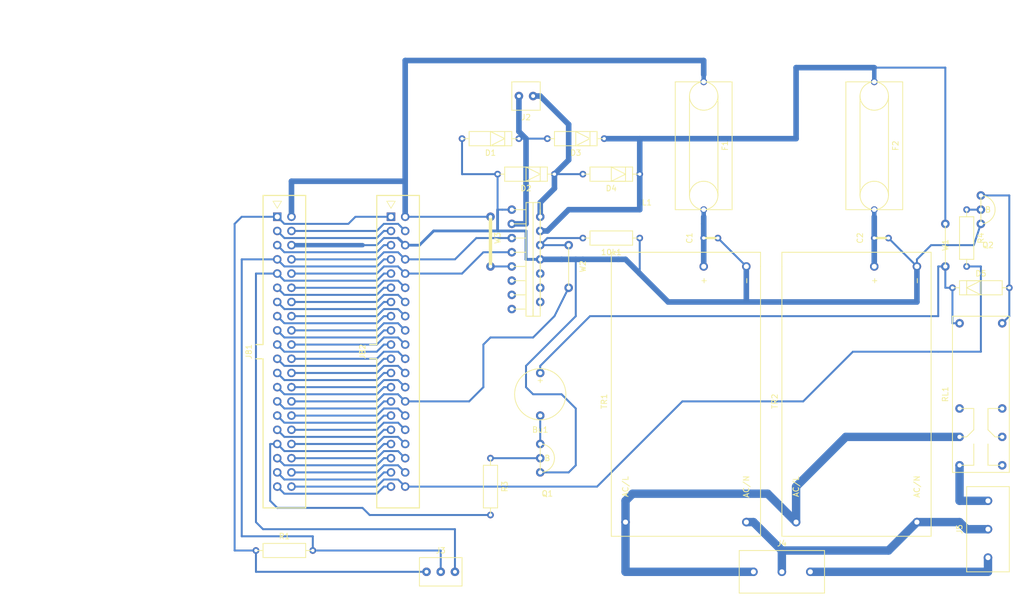
<source format=kicad_pcb>
(kicad_pcb (version 4) (host pcbnew 4.0.7)

  (general
    (links 97)
    (no_connects 1)
    (area 0 0 0 0)
    (thickness 1.6)
    (drawings 7)
    (tracks 325)
    (zones 0)
    (modules 29)
    (nets 66)
  )

  (page A4)
  (layers
    (0 F.Cu signal hide)
    (31 B.Cu signal)
    (32 B.Adhes user)
    (33 F.Adhes user)
    (34 B.Paste user)
    (35 F.Paste user)
    (36 B.SilkS user)
    (37 F.SilkS user)
    (38 B.Mask user)
    (39 F.Mask user)
    (40 Dwgs.User user)
    (41 Cmts.User user)
    (42 Eco1.User user)
    (43 Eco2.User user)
    (44 Edge.Cuts user)
    (45 Margin user)
    (46 B.CrtYd user)
    (47 F.CrtYd user)
    (48 B.Fab user)
    (49 F.Fab user)
  )

  (setup
    (last_trace_width 0.35)
    (user_trace_width 0.35)
    (user_trace_width 0.5)
    (user_trace_width 0.8)
    (user_trace_width 1)
    (user_trace_width 1.5)
    (trace_clearance 0.2)
    (zone_clearance 0.508)
    (zone_45_only no)
    (trace_min 0.2)
    (segment_width 0.2)
    (edge_width 0.1)
    (via_size 0.6)
    (via_drill 0.4)
    (via_min_size 0.4)
    (via_min_drill 0.3)
    (user_via 0.8 0.6)
    (user_via 1 0.8)
    (user_via 1.2 0.9)
    (uvia_size 0.3)
    (uvia_drill 0.1)
    (uvias_allowed no)
    (uvia_min_size 0.2)
    (uvia_min_drill 0.1)
    (pcb_text_width 0.3)
    (pcb_text_size 1.5 1.5)
    (mod_edge_width 0.15)
    (mod_text_size 1 1)
    (mod_text_width 0.15)
    (pad_size 1.524 1.524)
    (pad_drill 0.9)
    (pad_to_mask_clearance 0)
    (aux_axis_origin 0 0)
    (visible_elements 7FFFFFFF)
    (pcbplotparams
      (layerselection 0x00030_80000001)
      (usegerberextensions false)
      (excludeedgelayer true)
      (linewidth 0.100000)
      (plotframeref false)
      (viasonmask false)
      (mode 1)
      (useauxorigin false)
      (hpglpennumber 1)
      (hpglpenspeed 20)
      (hpglpendiameter 15)
      (hpglpenoverlay 2)
      (psnegative false)
      (psa4output false)
      (plotreference true)
      (plotvalue true)
      (plotinvisibletext false)
      (padsonsilk false)
      (subtractmaskfromsilk false)
      (outputformat 1)
      (mirror false)
      (drillshape 1)
      (scaleselection 1)
      (outputdirectory ""))
  )

  (net 0 "")
  (net 1 "Net-(10k1-Pad1)")
  (net 2 "Net-(10k1-Pad2)")
  (net 3 "Net-(Bu1-Pad1)")
  (net 4 "Net-(Bu1-Pad2)")
  (net 5 "Net-(C1-Pad2)")
  (net 6 "Net-(C2-Pad2)")
  (net 7 "Net-(D1-Pad2)")
  (net 8 "Net-(D2-Pad2)")
  (net 9 "Net-(D5-Pad1)")
  (net 10 "Net-(J3-Pad1)")
  (net 11 "Net-(J3-Pad2)")
  (net 12 "Net-(J3-Pad3)")
  (net 13 "Net-(J4-Pad1)")
  (net 14 "Net-(J4-Pad2)")
  (net 15 "Net-(J4-Pad3)")
  (net 16 "Net-(J5-Pad1)")
  (net 17 "Net-(J81-Pad3)")
  (net 18 "Net-(J81-Pad4)")
  (net 19 "Net-(J81-Pad5)")
  (net 20 "Net-(J81-Pad8)")
  (net 21 "Net-(J81-Pad10)")
  (net 22 "Net-(J81-Pad11)")
  (net 23 "Net-(J81-Pad12)")
  (net 24 "Net-(J81-Pad13)")
  (net 25 "Net-(J81-Pad14)")
  (net 26 "Net-(J81-Pad15)")
  (net 27 "Net-(J81-Pad16)")
  (net 28 "Net-(J81-Pad17)")
  (net 29 "Net-(J81-Pad18)")
  (net 30 "Net-(J81-Pad19)")
  (net 31 "Net-(J81-Pad21)")
  (net 32 "Net-(J81-Pad22)")
  (net 33 "Net-(J81-Pad23)")
  (net 34 "Net-(J81-Pad24)")
  (net 35 "Net-(J81-Pad25)")
  (net 36 "Net-(J81-Pad26)")
  (net 37 "Net-(J81-Pad27)")
  (net 38 "Net-(J81-Pad29)")
  (net 39 "Net-(J81-Pad30)")
  (net 40 "Net-(J81-Pad31)")
  (net 41 "Net-(J81-Pad32)")
  (net 42 "Net-(J81-Pad33)")
  (net 43 "Net-(J81-Pad34)")
  (net 44 "Net-(J81-Pad35)")
  (net 45 "Net-(J81-Pad36)")
  (net 46 "Net-(J81-Pad37)")
  (net 47 "Net-(J81-Pad38)")
  (net 48 "Net-(J81-Pad39)")
  (net 49 "Net-(J81-Pad40)")
  (net 50 "Net-(L1-Pad10)")
  (net 51 "Net-(L1-Pad11)")
  (net 52 "Net-(L1-Pad12)")
  (net 53 "Net-(L1-Pad13)")
  (net 54 "Net-(L1-Pad14)")
  (net 55 "Net-(L1-Pad15)")
  (net 56 "Net-(Q1-Pad2)")
  (net 57 "Net-(Q2-Pad2)")
  (net 58 "Net-(RL1-Pad3)")
  (net 59 "Net-(RL1-Pad6)")
  (net 60 "Net-(RL1-Pad7)")
  (net 61 "Net-(RL1-Pad8)")
  (net 62 "Net-(F1-Pad1)")
  (net 63 "Net-(J81-Pad28)")
  (net 64 "Net-(J81-Pad20)")
  (net 65 "Net-(L1-Pad9)")

  (net_class Default "Dies ist die voreingestellte Netzklasse."
    (clearance 0.2)
    (trace_width 0.35)
    (via_dia 0.6)
    (via_drill 0.4)
    (uvia_dia 0.3)
    (uvia_drill 0.1)
    (add_net "Net-(10k1-Pad1)")
    (add_net "Net-(10k1-Pad2)")
    (add_net "Net-(Bu1-Pad1)")
    (add_net "Net-(Bu1-Pad2)")
    (add_net "Net-(C1-Pad2)")
    (add_net "Net-(C2-Pad2)")
    (add_net "Net-(D1-Pad2)")
    (add_net "Net-(D2-Pad2)")
    (add_net "Net-(D5-Pad1)")
    (add_net "Net-(F1-Pad1)")
    (add_net "Net-(J3-Pad1)")
    (add_net "Net-(J3-Pad2)")
    (add_net "Net-(J3-Pad3)")
    (add_net "Net-(J4-Pad1)")
    (add_net "Net-(J4-Pad2)")
    (add_net "Net-(J4-Pad3)")
    (add_net "Net-(J5-Pad1)")
    (add_net "Net-(J81-Pad10)")
    (add_net "Net-(J81-Pad11)")
    (add_net "Net-(J81-Pad12)")
    (add_net "Net-(J81-Pad13)")
    (add_net "Net-(J81-Pad14)")
    (add_net "Net-(J81-Pad15)")
    (add_net "Net-(J81-Pad16)")
    (add_net "Net-(J81-Pad17)")
    (add_net "Net-(J81-Pad18)")
    (add_net "Net-(J81-Pad19)")
    (add_net "Net-(J81-Pad20)")
    (add_net "Net-(J81-Pad21)")
    (add_net "Net-(J81-Pad22)")
    (add_net "Net-(J81-Pad23)")
    (add_net "Net-(J81-Pad24)")
    (add_net "Net-(J81-Pad25)")
    (add_net "Net-(J81-Pad26)")
    (add_net "Net-(J81-Pad27)")
    (add_net "Net-(J81-Pad28)")
    (add_net "Net-(J81-Pad29)")
    (add_net "Net-(J81-Pad3)")
    (add_net "Net-(J81-Pad30)")
    (add_net "Net-(J81-Pad31)")
    (add_net "Net-(J81-Pad32)")
    (add_net "Net-(J81-Pad33)")
    (add_net "Net-(J81-Pad34)")
    (add_net "Net-(J81-Pad35)")
    (add_net "Net-(J81-Pad36)")
    (add_net "Net-(J81-Pad37)")
    (add_net "Net-(J81-Pad38)")
    (add_net "Net-(J81-Pad39)")
    (add_net "Net-(J81-Pad4)")
    (add_net "Net-(J81-Pad40)")
    (add_net "Net-(J81-Pad5)")
    (add_net "Net-(J81-Pad8)")
    (add_net "Net-(L1-Pad10)")
    (add_net "Net-(L1-Pad11)")
    (add_net "Net-(L1-Pad12)")
    (add_net "Net-(L1-Pad13)")
    (add_net "Net-(L1-Pad14)")
    (add_net "Net-(L1-Pad15)")
    (add_net "Net-(L1-Pad9)")
    (add_net "Net-(Q1-Pad2)")
    (add_net "Net-(Q2-Pad2)")
    (add_net "Net-(RL1-Pad3)")
    (add_net "Net-(RL1-Pad6)")
    (add_net "Net-(RL1-Pad7)")
    (add_net "Net-(RL1-Pad8)")
  )

  (module RasperryLib:Resistor (layer F.Cu) (tedit 5BAA9956) (tstamp 5BB2739D)
    (at 210.82 85.09)
    (path /5BADE530)
    (fp_text reference 10k1 (at 0 2.54) (layer F.SilkS)
      (effects (font (size 1 1) (thickness 0.15)))
    )
    (fp_text value 10k (at 0 -2.54) (layer F.Fab)
      (effects (font (size 1 1) (thickness 0.15)))
    )
    (fp_line (start 3.81 0) (end 5.08 0) (layer F.SilkS) (width 0.15))
    (fp_line (start -3.81 0) (end -5.08 0) (layer F.SilkS) (width 0.15))
    (fp_line (start -3.81 1.27) (end -3.81 -1.27) (layer F.SilkS) (width 0.15))
    (fp_line (start -3.81 -1.27) (end 3.81 -1.27) (layer F.SilkS) (width 0.15))
    (fp_line (start 3.81 -1.27) (end 3.81 1.27) (layer F.SilkS) (width 0.15))
    (fp_line (start 3.81 1.27) (end -3.81 1.27) (layer F.SilkS) (width 0.15))
    (pad 1 thru_hole circle (at -5.08 0) (size 1.2 1.2) (drill 0.6) (layers *.Cu *.Mask)
      (net 1 "Net-(10k1-Pad1)"))
    (pad 2 thru_hole circle (at 5.08 0) (size 1.2 1.2) (drill 0.6) (layers *.Cu *.Mask)
      (net 2 "Net-(10k1-Pad2)"))
  )

  (module RasperryLib:Buzzer1x2 (layer F.Cu) (tedit 5BAA921D) (tstamp 5BB273A5)
    (at 198.12 113.03)
    (path /5BAD65CF)
    (fp_text reference Bu1 (at 0 6.35) (layer F.SilkS)
      (effects (font (size 1 1) (thickness 0.15)))
    )
    (fp_text value Buzzer_2 (at 0 -6.35) (layer F.Fab)
      (effects (font (size 1 1) (thickness 0.15)))
    )
    (fp_text user + (at 0 -2.54) (layer F.SilkS)
      (effects (font (size 1 1) (thickness 0.15)))
    )
    (fp_circle (center 0 0) (end -2.54 -3.81) (layer F.SilkS) (width 0.15))
    (pad 1 thru_hole circle (at 0 -3.81) (size 1.524 1.524) (drill 0.762) (layers *.Cu *.Mask)
      (net 3 "Net-(Bu1-Pad1)"))
    (pad 2 thru_hole circle (at 0 3.81) (size 1.524 1.524) (drill 0.762) (layers *.Cu *.Mask)
      (net 4 "Net-(Bu1-Pad2)"))
  )

  (module RasperryLib:Capacitor_Small (layer F.Cu) (tedit 5BAA9585) (tstamp 5BB273AC)
    (at 228.6 85.09 270)
    (path /5B96A72E)
    (fp_text reference C1 (at 0 3.81 270) (layer F.SilkS)
      (effects (font (size 1 1) (thickness 0.15)))
    )
    (fp_text value 100nf (at 0 -3.81 270) (layer F.Fab)
      (effects (font (size 1 1) (thickness 0.15)))
    )
    (fp_line (start 0 -1.27) (end 0 1.27) (layer F.SilkS) (width 0.4))
    (pad 1 thru_hole circle (at 0 -1.27 270) (size 1.2 1.2) (drill 0.6) (layers *.Cu *.Mask)
      (net 2 "Net-(10k1-Pad2)"))
    (pad 2 thru_hole circle (at 0 1.27 270) (size 1.2 1.2) (drill 0.6) (layers *.Cu *.Mask)
      (net 5 "Net-(C1-Pad2)"))
  )

  (module RasperryLib:Capacitor_Small (layer F.Cu) (tedit 5BAA9585) (tstamp 5BB273B3)
    (at 259.08 85.09 270)
    (path /5B96A77E)
    (fp_text reference C2 (at 0 3.81 270) (layer F.SilkS)
      (effects (font (size 1 1) (thickness 0.15)))
    )
    (fp_text value 100nF (at 0 -3.81 270) (layer F.Fab)
      (effects (font (size 1 1) (thickness 0.15)))
    )
    (fp_line (start 0 -1.27) (end 0 1.27) (layer F.SilkS) (width 0.4))
    (pad 1 thru_hole circle (at 0 -1.27 270) (size 1.2 1.2) (drill 0.6) (layers *.Cu *.Mask)
      (net 2 "Net-(10k1-Pad2)"))
    (pad 2 thru_hole circle (at 0 1.27 270) (size 1.2 1.2) (drill 0.6) (layers *.Cu *.Mask)
      (net 6 "Net-(C2-Pad2)"))
  )

  (module RasperryLib:Diode (layer F.Cu) (tedit 5BAA9893) (tstamp 5BB273C4)
    (at 189.23 67.31)
    (path /5BAD7D04)
    (fp_text reference D1 (at 0 2.54) (layer F.SilkS)
      (effects (font (size 1 1) (thickness 0.15)))
    )
    (fp_text value Diode (at 0 -2.54) (layer F.Fab)
      (effects (font (size 1 1) (thickness 0.15)))
    )
    (fp_line (start 3.81 0) (end 5.08 0) (layer F.SilkS) (width 0.15))
    (fp_line (start -3.81 0) (end -5.08 0) (layer F.SilkS) (width 0.15))
    (fp_line (start 2.54 -1.27) (end 2.54 1.27) (layer F.SilkS) (width 0.15))
    (fp_line (start 2.54 1.27) (end 0 1.27) (layer F.SilkS) (width 0.15))
    (fp_line (start 0 1.27) (end 2.54 0) (layer F.SilkS) (width 0.15))
    (fp_line (start 2.54 0) (end 0 -1.27) (layer F.SilkS) (width 0.15))
    (fp_line (start 0 -1.27) (end 0 1.27) (layer F.SilkS) (width 0.15))
    (fp_line (start -3.81 1.27) (end -3.81 -1.27) (layer F.SilkS) (width 0.15))
    (fp_line (start -3.81 -1.27) (end 3.81 -1.27) (layer F.SilkS) (width 0.15))
    (fp_line (start 3.81 -1.27) (end 3.81 1.27) (layer F.SilkS) (width 0.15))
    (fp_line (start 3.81 1.27) (end -3.81 1.27) (layer F.SilkS) (width 0.15))
    (pad 1 thru_hole circle (at -5.08 0) (size 1.2 1.2) (drill 0.6) (layers *.Cu *.Mask)
      (net 2 "Net-(10k1-Pad2)"))
    (pad 2 thru_hole circle (at 5.08 0) (size 1.2 1.2) (drill 0.6) (layers *.Cu *.Mask)
      (net 7 "Net-(D1-Pad2)"))
  )

  (module RasperryLib:Diode (layer F.Cu) (tedit 5BAA9893) (tstamp 5BB273D5)
    (at 195.58 73.66)
    (path /5BAD7E11)
    (fp_text reference D2 (at 0 2.54) (layer F.SilkS)
      (effects (font (size 1 1) (thickness 0.15)))
    )
    (fp_text value Diode (at 0 -2.54) (layer F.Fab)
      (effects (font (size 1 1) (thickness 0.15)))
    )
    (fp_line (start 3.81 0) (end 5.08 0) (layer F.SilkS) (width 0.15))
    (fp_line (start -3.81 0) (end -5.08 0) (layer F.SilkS) (width 0.15))
    (fp_line (start 2.54 -1.27) (end 2.54 1.27) (layer F.SilkS) (width 0.15))
    (fp_line (start 2.54 1.27) (end 0 1.27) (layer F.SilkS) (width 0.15))
    (fp_line (start 0 1.27) (end 2.54 0) (layer F.SilkS) (width 0.15))
    (fp_line (start 2.54 0) (end 0 -1.27) (layer F.SilkS) (width 0.15))
    (fp_line (start 0 -1.27) (end 0 1.27) (layer F.SilkS) (width 0.15))
    (fp_line (start -3.81 1.27) (end -3.81 -1.27) (layer F.SilkS) (width 0.15))
    (fp_line (start -3.81 -1.27) (end 3.81 -1.27) (layer F.SilkS) (width 0.15))
    (fp_line (start 3.81 -1.27) (end 3.81 1.27) (layer F.SilkS) (width 0.15))
    (fp_line (start 3.81 1.27) (end -3.81 1.27) (layer F.SilkS) (width 0.15))
    (pad 1 thru_hole circle (at -5.08 0) (size 1.2 1.2) (drill 0.6) (layers *.Cu *.Mask)
      (net 2 "Net-(10k1-Pad2)"))
    (pad 2 thru_hole circle (at 5.08 0) (size 1.2 1.2) (drill 0.6) (layers *.Cu *.Mask)
      (net 8 "Net-(D2-Pad2)"))
  )

  (module RasperryLib:Diode (layer F.Cu) (tedit 5BAA9893) (tstamp 5BB273E6)
    (at 204.47 67.31)
    (path /5BAD7DB6)
    (fp_text reference D3 (at 0 2.54) (layer F.SilkS)
      (effects (font (size 1 1) (thickness 0.15)))
    )
    (fp_text value Diode (at 0 -2.54) (layer F.Fab)
      (effects (font (size 1 1) (thickness 0.15)))
    )
    (fp_line (start 3.81 0) (end 5.08 0) (layer F.SilkS) (width 0.15))
    (fp_line (start -3.81 0) (end -5.08 0) (layer F.SilkS) (width 0.15))
    (fp_line (start 2.54 -1.27) (end 2.54 1.27) (layer F.SilkS) (width 0.15))
    (fp_line (start 2.54 1.27) (end 0 1.27) (layer F.SilkS) (width 0.15))
    (fp_line (start 0 1.27) (end 2.54 0) (layer F.SilkS) (width 0.15))
    (fp_line (start 2.54 0) (end 0 -1.27) (layer F.SilkS) (width 0.15))
    (fp_line (start 0 -1.27) (end 0 1.27) (layer F.SilkS) (width 0.15))
    (fp_line (start -3.81 1.27) (end -3.81 -1.27) (layer F.SilkS) (width 0.15))
    (fp_line (start -3.81 -1.27) (end 3.81 -1.27) (layer F.SilkS) (width 0.15))
    (fp_line (start 3.81 -1.27) (end 3.81 1.27) (layer F.SilkS) (width 0.15))
    (fp_line (start 3.81 1.27) (end -3.81 1.27) (layer F.SilkS) (width 0.15))
    (pad 1 thru_hole circle (at -5.08 0) (size 1.2 1.2) (drill 0.6) (layers *.Cu *.Mask)
      (net 7 "Net-(D1-Pad2)"))
    (pad 2 thru_hole circle (at 5.08 0) (size 1.2 1.2) (drill 0.6) (layers *.Cu *.Mask)
      (net 3 "Net-(Bu1-Pad1)"))
  )

  (module RasperryLib:Diode (layer F.Cu) (tedit 5BAA9893) (tstamp 5BB273F7)
    (at 210.82 73.66)
    (path /5BAD8CFB)
    (fp_text reference D4 (at 0 2.54) (layer F.SilkS)
      (effects (font (size 1 1) (thickness 0.15)))
    )
    (fp_text value Diode (at 0 -2.54) (layer F.Fab)
      (effects (font (size 1 1) (thickness 0.15)))
    )
    (fp_line (start 3.81 0) (end 5.08 0) (layer F.SilkS) (width 0.15))
    (fp_line (start -3.81 0) (end -5.08 0) (layer F.SilkS) (width 0.15))
    (fp_line (start 2.54 -1.27) (end 2.54 1.27) (layer F.SilkS) (width 0.15))
    (fp_line (start 2.54 1.27) (end 0 1.27) (layer F.SilkS) (width 0.15))
    (fp_line (start 0 1.27) (end 2.54 0) (layer F.SilkS) (width 0.15))
    (fp_line (start 2.54 0) (end 0 -1.27) (layer F.SilkS) (width 0.15))
    (fp_line (start 0 -1.27) (end 0 1.27) (layer F.SilkS) (width 0.15))
    (fp_line (start -3.81 1.27) (end -3.81 -1.27) (layer F.SilkS) (width 0.15))
    (fp_line (start -3.81 -1.27) (end 3.81 -1.27) (layer F.SilkS) (width 0.15))
    (fp_line (start 3.81 -1.27) (end 3.81 1.27) (layer F.SilkS) (width 0.15))
    (fp_line (start 3.81 1.27) (end -3.81 1.27) (layer F.SilkS) (width 0.15))
    (pad 1 thru_hole circle (at -5.08 0) (size 1.2 1.2) (drill 0.6) (layers *.Cu *.Mask)
      (net 8 "Net-(D2-Pad2)"))
    (pad 2 thru_hole circle (at 5.08 0) (size 1.2 1.2) (drill 0.6) (layers *.Cu *.Mask)
      (net 3 "Net-(Bu1-Pad1)"))
  )

  (module RasperryLib:Diode (layer F.Cu) (tedit 5BAA9893) (tstamp 5BB27408)
    (at 276.86 93.98 180)
    (path /5BAF7D12)
    (fp_text reference D5 (at 0 2.54 180) (layer F.SilkS)
      (effects (font (size 1 1) (thickness 0.15)))
    )
    (fp_text value Diode (at 0 -2.54 180) (layer F.Fab)
      (effects (font (size 1 1) (thickness 0.15)))
    )
    (fp_line (start 3.81 0) (end 5.08 0) (layer F.SilkS) (width 0.15))
    (fp_line (start -3.81 0) (end -5.08 0) (layer F.SilkS) (width 0.15))
    (fp_line (start 2.54 -1.27) (end 2.54 1.27) (layer F.SilkS) (width 0.15))
    (fp_line (start 2.54 1.27) (end 0 1.27) (layer F.SilkS) (width 0.15))
    (fp_line (start 0 1.27) (end 2.54 0) (layer F.SilkS) (width 0.15))
    (fp_line (start 2.54 0) (end 0 -1.27) (layer F.SilkS) (width 0.15))
    (fp_line (start 0 -1.27) (end 0 1.27) (layer F.SilkS) (width 0.15))
    (fp_line (start -3.81 1.27) (end -3.81 -1.27) (layer F.SilkS) (width 0.15))
    (fp_line (start -3.81 -1.27) (end 3.81 -1.27) (layer F.SilkS) (width 0.15))
    (fp_line (start 3.81 -1.27) (end 3.81 1.27) (layer F.SilkS) (width 0.15))
    (fp_line (start 3.81 1.27) (end -3.81 1.27) (layer F.SilkS) (width 0.15))
    (pad 1 thru_hole circle (at -5.08 0 180) (size 1.2 1.2) (drill 0.6) (layers *.Cu *.Mask)
      (net 9 "Net-(D5-Pad1)"))
    (pad 2 thru_hole circle (at 5.08 0 180) (size 1.2 1.2) (drill 0.6) (layers *.Cu *.Mask)
      (net 3 "Net-(Bu1-Pad1)"))
  )

  (module RasperryLib:Conn_Small1x2 (layer F.Cu) (tedit 5BAA94DD) (tstamp 5BB27430)
    (at 195.58 59.69)
    (path /5B955907)
    (fp_text reference J2 (at 0 3.81) (layer F.SilkS)
      (effects (font (size 1 1) (thickness 0.15)))
    )
    (fp_text value Conn_01x02 (at 0 -3.81) (layer F.Fab)
      (effects (font (size 1 1) (thickness 0.15)))
    )
    (fp_line (start -2.54 -2.54) (end 2.54 -2.54) (layer F.SilkS) (width 0.15))
    (fp_line (start 2.54 -2.54) (end 2.54 2.54) (layer F.SilkS) (width 0.15))
    (fp_line (start 2.54 2.54) (end -2.54 2.54) (layer F.SilkS) (width 0.15))
    (fp_line (start -2.54 2.54) (end -2.54 -2.54) (layer F.SilkS) (width 0.15))
    (pad 1 thru_hole circle (at -1.27 0) (size 1.524 1.524) (drill 0.7) (layers *.Cu *.Mask)
      (net 7 "Net-(D1-Pad2)"))
    (pad 2 thru_hole circle (at 1.27 0) (size 1.524 1.524) (drill 0.7) (layers *.Cu *.Mask)
      (net 8 "Net-(D2-Pad2)"))
  )

  (module RasperryLib:Conn_Small1x3 (layer F.Cu) (tedit 5BAA9499) (tstamp 5BB2743B)
    (at 180.34 144.78 180)
    (path /5B955EA8)
    (fp_text reference J3 (at 0 3.81 180) (layer F.SilkS)
      (effects (font (size 1 1) (thickness 0.15)))
    )
    (fp_text value Conn_01x03 (at 0 -3.81 180) (layer F.Fab)
      (effects (font (size 1 1) (thickness 0.15)))
    )
    (fp_line (start 3.81 -2.54) (end -3.81 -2.54) (layer F.SilkS) (width 0.15))
    (fp_line (start -3.81 -2.54) (end -3.81 2.54) (layer F.SilkS) (width 0.15))
    (fp_line (start -3.81 2.54) (end 3.81 2.54) (layer F.SilkS) (width 0.15))
    (fp_line (start 3.81 2.54) (end 3.81 -2.54) (layer F.SilkS) (width 0.15))
    (pad 1 thru_hole circle (at -2.54 0 180) (size 1.524 1.524) (drill 0.7) (layers *.Cu *.Mask)
      (net 10 "Net-(J3-Pad1)"))
    (pad 2 thru_hole circle (at 0 0 180) (size 1.524 1.524) (drill 0.7) (layers *.Cu *.Mask)
      (net 11 "Net-(J3-Pad2)"))
    (pad 3 thru_hole circle (at 2.54 0 180) (size 1.524 1.524) (drill 0.7) (layers *.Cu *.Mask)
      (net 12 "Net-(J3-Pad3)"))
  )

  (module RasperryLib:L298 (layer F.Cu) (tedit 5BA26E57) (tstamp 5BB274E1)
    (at 195.58 87.63 180)
    (descr L298)
    (tags "L298 Motortreiber")
    (path /5B956026)
    (fp_text reference L1 (at -21.59 8.89 180) (layer F.SilkS)
      (effects (font (size 1 1) (thickness 0.15)))
    )
    (fp_text value L298 (at 0 -12.7 180) (layer F.Fab)
      (effects (font (size 1 1) (thickness 0.15)))
    )
    (fp_line (start -1.27 -10.16) (end -1.27 -11.43) (layer F.SilkS) (width 0.15))
    (fp_line (start 0 -10.16) (end 2.54 -10.16) (layer F.SilkS) (width 0.15))
    (fp_line (start 0 7.62) (end 2.54 7.62) (layer F.SilkS) (width 0.15))
    (fp_line (start 0 5.08) (end 2.54 5.08) (layer F.SilkS) (width 0.15))
    (fp_line (start 0 2.54) (end 2.54 2.54) (layer F.SilkS) (width 0.15))
    (fp_line (start 0 0) (end 2.54 0) (layer F.SilkS) (width 0.15))
    (fp_line (start 0 -2.54) (end 2.54 -2.54) (layer F.SilkS) (width 0.15))
    (fp_line (start 0 -5.08) (end 2.54 -5.08) (layer F.SilkS) (width 0.15))
    (fp_line (start 0 -7.62) (end 2.54 -7.62) (layer F.SilkS) (width 0.15))
    (fp_line (start -1.27 -11.43) (end 0 -11.43) (layer F.SilkS) (width 0.15))
    (fp_line (start 0 -11.43) (end 0 8.89) (layer F.SilkS) (width 0.15))
    (fp_line (start 0 8.89) (end -1.27 8.89) (layer F.SilkS) (width 0.15))
    (fp_line (start -2.54 -11.43) (end -1.27 -11.43) (layer F.SilkS) (width 0.15))
    (fp_line (start -1.27 -11.43) (end -1.27 8.89) (layer F.SilkS) (width 0.15))
    (fp_line (start -1.27 8.89) (end -2.54 8.89) (layer F.SilkS) (width 0.15))
    (fp_line (start -2.54 8.89) (end -2.54 -11.43) (layer F.SilkS) (width 0.15))
    (fp_line (start -2.54 -10.16) (end -2.54 7.62) (layer F.SilkS) (width 0.15))
    (pad 1 thru_hole circle (at 2.54 7.62 180) (size 1.524 1.524) (drill 0.762) (layers *.Cu *.Mask)
      (net 2 "Net-(10k1-Pad2)"))
    (pad 2 thru_hole circle (at -2.54 6.35 180) (size 1.524 1.524) (drill 0.762) (layers *.Cu *.Mask)
      (net 8 "Net-(D2-Pad2)"))
    (pad 3 thru_hole circle (at 2.54 5.08 180) (size 1.524 1.524) (drill 0.762) (layers *.Cu *.Mask)
      (net 7 "Net-(D1-Pad2)"))
    (pad 4 thru_hole circle (at -2.54 3.81 180) (size 1.524 1.524) (drill 0.762) (layers *.Cu *.Mask)
      (net 3 "Net-(Bu1-Pad1)"))
    (pad 5 thru_hole circle (at 2.54 2.54 180) (size 1.524 1.524) (drill 0.762) (layers *.Cu *.Mask)
      (net 20 "Net-(J81-Pad8)"))
    (pad 6 thru_hole circle (at -2.54 1.27 180) (size 1.524 1.524) (drill 0.762) (layers *.Cu *.Mask)
      (net 1 "Net-(10k1-Pad1)"))
    (pad 7 thru_hole circle (at 2.54 0 180) (size 1.524 1.524) (drill 0.762) (layers *.Cu *.Mask)
      (net 21 "Net-(J81-Pad10)"))
    (pad 8 thru_hole circle (at -2.54 -1.27 180) (size 1.524 1.524) (drill 0.762) (layers *.Cu *.Mask)
      (net 2 "Net-(10k1-Pad2)"))
    (pad 9 thru_hole circle (at 2.54 -2.54 180) (size 1.524 1.524) (drill 0.762) (layers *.Cu *.Mask)
      (net 65 "Net-(L1-Pad9)"))
    (pad 10 thru_hole circle (at -2.54 -3.81 180) (size 1.524 1.524) (drill 0.762) (layers *.Cu *.Mask)
      (net 50 "Net-(L1-Pad10)"))
    (pad 11 thru_hole circle (at 2.54 -5.08 180) (size 1.524 1.524) (drill 0.762) (layers *.Cu *.Mask)
      (net 51 "Net-(L1-Pad11)"))
    (pad 12 thru_hole circle (at -2.54 -6.35 180) (size 1.524 1.524) (drill 0.762) (layers *.Cu *.Mask)
      (net 52 "Net-(L1-Pad12)"))
    (pad 13 thru_hole circle (at 2.54 -7.62 180) (size 1.524 1.524) (drill 0.762) (layers *.Cu *.Mask)
      (net 53 "Net-(L1-Pad13)"))
    (pad 14 thru_hole circle (at -2.54 -8.89 180) (size 1.524 1.524) (drill 0.762) (layers *.Cu *.Mask)
      (net 54 "Net-(L1-Pad14)"))
    (pad 15 thru_hole circle (at 2.54 -10.16 180) (size 1.524 1.524) (drill 0.762) (layers *.Cu *.Mask)
      (net 55 "Net-(L1-Pad15)"))
  )

  (module RasperryLib:BC337 (layer F.Cu) (tedit 5BAA9BD7) (tstamp 5BB274EC)
    (at 199.39 124.46)
    (path /5BAD71F3)
    (fp_text reference Q1 (at 0 6.35) (layer F.SilkS)
      (effects (font (size 1 1) (thickness 0.15)))
    )
    (fp_text value BC337 (at 0 -6.35) (layer F.Fab)
      (effects (font (size 1 1) (thickness 0.15)))
    )
    (fp_text user B (at 0 0) (layer F.SilkS)
      (effects (font (size 1 1) (thickness 0.15)))
    )
    (fp_line (start -1.27 2.54) (end -1.27 -2.54) (layer F.SilkS) (width 0.15))
    (fp_arc (start -1.27 0) (end -1.27 -2.54) (angle 90) (layer F.SilkS) (width 0.15))
    (fp_arc (start -1.27 0) (end 1.27 0) (angle 90) (layer F.SilkS) (width 0.15))
    (pad 1 thru_hole circle (at -1.27 -2.54) (size 1.524 1.524) (drill 0.762) (layers *.Cu *.Mask)
      (net 4 "Net-(Bu1-Pad2)"))
    (pad 2 thru_hole circle (at -1.27 0) (size 1.524 1.524) (drill 0.762) (layers *.Cu *.Mask)
      (net 56 "Net-(Q1-Pad2)"))
    (pad 3 thru_hole circle (at -1.27 2.54) (size 1.524 1.524) (drill 0.762) (layers *.Cu *.Mask)
      (net 2 "Net-(10k1-Pad2)"))
  )

  (module RasperryLib:BC337 (layer F.Cu) (tedit 5BAA9BD7) (tstamp 5BB274F7)
    (at 278.13 80.01)
    (path /5BAE208A)
    (fp_text reference Q2 (at 0 6.35) (layer F.SilkS)
      (effects (font (size 1 1) (thickness 0.15)))
    )
    (fp_text value BC337 (at 0 -6.35) (layer F.Fab)
      (effects (font (size 1 1) (thickness 0.15)))
    )
    (fp_text user B (at 0 0) (layer F.SilkS)
      (effects (font (size 1 1) (thickness 0.15)))
    )
    (fp_line (start -1.27 2.54) (end -1.27 -2.54) (layer F.SilkS) (width 0.15))
    (fp_arc (start -1.27 0) (end -1.27 -2.54) (angle 90) (layer F.SilkS) (width 0.15))
    (fp_arc (start -1.27 0) (end 1.27 0) (angle 90) (layer F.SilkS) (width 0.15))
    (pad 1 thru_hole circle (at -1.27 -2.54) (size 1.524 1.524) (drill 0.762) (layers *.Cu *.Mask)
      (net 9 "Net-(D5-Pad1)"))
    (pad 2 thru_hole circle (at -1.27 0) (size 1.524 1.524) (drill 0.762) (layers *.Cu *.Mask)
      (net 57 "Net-(Q2-Pad2)"))
    (pad 3 thru_hole circle (at -1.27 2.54) (size 1.524 1.524) (drill 0.762) (layers *.Cu *.Mask)
      (net 2 "Net-(10k1-Pad2)"))
  )

  (module RasperryLib:Resistor (layer F.Cu) (tedit 5BAA9956) (tstamp 5BB27503)
    (at 152.4 140.97 180)
    (path /5B95D35F)
    (fp_text reference R1 (at 0 2.54 180) (layer F.SilkS)
      (effects (font (size 1 1) (thickness 0.15)))
    )
    (fp_text value 10k (at 0 -2.54 180) (layer F.Fab)
      (effects (font (size 1 1) (thickness 0.15)))
    )
    (fp_line (start 3.81 0) (end 5.08 0) (layer F.SilkS) (width 0.15))
    (fp_line (start -3.81 0) (end -5.08 0) (layer F.SilkS) (width 0.15))
    (fp_line (start -3.81 1.27) (end -3.81 -1.27) (layer F.SilkS) (width 0.15))
    (fp_line (start -3.81 -1.27) (end 3.81 -1.27) (layer F.SilkS) (width 0.15))
    (fp_line (start 3.81 -1.27) (end 3.81 1.27) (layer F.SilkS) (width 0.15))
    (fp_line (start 3.81 1.27) (end -3.81 1.27) (layer F.SilkS) (width 0.15))
    (pad 1 thru_hole circle (at -5.08 0 180) (size 1.2 1.2) (drill 0.6) (layers *.Cu *.Mask)
      (net 11 "Net-(J3-Pad2)"))
    (pad 2 thru_hole circle (at 5.08 0 180) (size 1.2 1.2) (drill 0.6) (layers *.Cu *.Mask)
      (net 12 "Net-(J3-Pad3)"))
  )

  (module RasperryLib:Resistor (layer F.Cu) (tedit 5BAA9956) (tstamp 5BB2750F)
    (at 189.23 129.54 90)
    (path /5BAD74D1)
    (fp_text reference R3 (at 0 2.54 90) (layer F.SilkS)
      (effects (font (size 1 1) (thickness 0.15)))
    )
    (fp_text value 1k (at 0 -2.54 90) (layer F.Fab)
      (effects (font (size 1 1) (thickness 0.15)))
    )
    (fp_line (start 3.81 0) (end 5.08 0) (layer F.SilkS) (width 0.15))
    (fp_line (start -3.81 0) (end -5.08 0) (layer F.SilkS) (width 0.15))
    (fp_line (start -3.81 1.27) (end -3.81 -1.27) (layer F.SilkS) (width 0.15))
    (fp_line (start -3.81 -1.27) (end 3.81 -1.27) (layer F.SilkS) (width 0.15))
    (fp_line (start 3.81 -1.27) (end 3.81 1.27) (layer F.SilkS) (width 0.15))
    (fp_line (start 3.81 1.27) (end -3.81 1.27) (layer F.SilkS) (width 0.15))
    (pad 1 thru_hole circle (at -5.08 0 90) (size 1.2 1.2) (drill 0.6) (layers *.Cu *.Mask)
      (net 42 "Net-(J81-Pad33)"))
    (pad 2 thru_hole circle (at 5.08 0 90) (size 1.2 1.2) (drill 0.6) (layers *.Cu *.Mask)
      (net 56 "Net-(Q1-Pad2)"))
  )

  (module RasperryLib:Resistor (layer F.Cu) (tedit 5BAA9956) (tstamp 5BB2751B)
    (at 274.32 85.09 90)
    (path /5BAE4857)
    (fp_text reference R4 (at 0 2.54 90) (layer F.SilkS)
      (effects (font (size 1 1) (thickness 0.15)))
    )
    (fp_text value 1k (at 0 -2.54 90) (layer F.Fab)
      (effects (font (size 1 1) (thickness 0.15)))
    )
    (fp_line (start 3.81 0) (end 5.08 0) (layer F.SilkS) (width 0.15))
    (fp_line (start -3.81 0) (end -5.08 0) (layer F.SilkS) (width 0.15))
    (fp_line (start -3.81 1.27) (end -3.81 -1.27) (layer F.SilkS) (width 0.15))
    (fp_line (start -3.81 -1.27) (end 3.81 -1.27) (layer F.SilkS) (width 0.15))
    (fp_line (start 3.81 -1.27) (end 3.81 1.27) (layer F.SilkS) (width 0.15))
    (fp_line (start 3.81 1.27) (end -3.81 1.27) (layer F.SilkS) (width 0.15))
    (pad 1 thru_hole circle (at -5.08 0 90) (size 1.2 1.2) (drill 0.6) (layers *.Cu *.Mask)
      (net 49 "Net-(J81-Pad40)"))
    (pad 2 thru_hole circle (at 5.08 0 90) (size 1.2 1.2) (drill 0.6) (layers *.Cu *.Mask)
      (net 57 "Net-(Q2-Pad2)"))
  )

  (module RasperryLib:Relais (layer F.Cu) (tedit 5BB502CA) (tstamp 5BB27537)
    (at 276.86 113.03 270)
    (path /5B956127)
    (fp_text reference RL1 (at 0 6.35 270) (layer F.SilkS)
      (effects (font (size 1 1) (thickness 0.15)))
    )
    (fp_text value Relais (at 0 -7.62 270) (layer F.Fab)
      (effects (font (size 1 1) (thickness 0.15)))
    )
    (fp_line (start 12.7 -3.81) (end 12.7 -1.27) (layer F.SilkS) (width 0.15))
    (fp_line (start 12.7 -1.27) (end 8.89 -1.27) (layer F.SilkS) (width 0.15))
    (fp_line (start 7.62 -3.81) (end 7.62 -2.54) (layer F.SilkS) (width 0.15))
    (fp_line (start 7.62 -2.54) (end 6.35 -1.27) (layer F.SilkS) (width 0.15))
    (fp_line (start 2.54 -3.81) (end 2.54 -1.27) (layer F.SilkS) (width 0.15))
    (fp_line (start 2.54 -1.27) (end 6.35 -1.27) (layer F.SilkS) (width 0.15))
    (fp_line (start 7.62 3.81) (end 7.62 2.54) (layer F.SilkS) (width 0.15))
    (fp_line (start 7.62 2.54) (end 6.35 1.27) (layer F.SilkS) (width 0.15))
    (fp_line (start 12.7 1.27) (end 8.89 1.27) (layer F.SilkS) (width 0.15))
    (fp_line (start 12.7 1.27) (end 12.7 3.81) (layer F.SilkS) (width 0.15))
    (fp_line (start 2.54 3.81) (end 2.54 1.27) (layer F.SilkS) (width 0.15))
    (fp_line (start 2.54 1.27) (end 6.35 1.27) (layer F.SilkS) (width 0.15))
    (fp_line (start -13.97 -5.08) (end -13.97 5.08) (layer F.SilkS) (width 0.15))
    (fp_line (start -13.97 5.08) (end 13.97 5.08) (layer F.SilkS) (width 0.15))
    (fp_line (start 13.97 5.08) (end 13.97 -5.08) (layer F.SilkS) (width 0.15))
    (fp_line (start 13.97 -5.08) (end -13.97 -5.08) (layer F.SilkS) (width 0.15))
    (pad 1 thru_hole circle (at -12.7 -3.81 270) (size 1.524 1.524) (drill 0.762) (layers *.Cu *.Mask)
      (net 9 "Net-(D5-Pad1)"))
    (pad 2 thru_hole circle (at -12.7 3.81 270) (size 1.524 1.524) (drill 0.762) (layers *.Cu *.Mask)
      (net 3 "Net-(Bu1-Pad1)"))
    (pad 3 thru_hole circle (at 2.54 3.81 270) (size 1.524 1.524) (drill 0.762) (layers *.Cu *.Mask)
      (net 58 "Net-(RL1-Pad3)"))
    (pad 4 thru_hole circle (at 7.62 3.81 270) (size 1.524 1.524) (drill 0.762) (layers *.Cu *.Mask)
      (net 15 "Net-(J4-Pad3)"))
    (pad 5 thru_hole circle (at 12.7 3.81 270) (size 1.524 1.524) (drill 0.762) (layers *.Cu *.Mask)
      (net 16 "Net-(J5-Pad1)"))
    (pad 6 thru_hole circle (at 2.54 -3.81 270) (size 1.524 1.524) (drill 0.762) (layers *.Cu *.Mask)
      (net 59 "Net-(RL1-Pad6)"))
    (pad 7 thru_hole circle (at 7.62 -3.81 270) (size 1.524 1.524) (drill 0.762) (layers *.Cu *.Mask)
      (net 60 "Net-(RL1-Pad7)"))
    (pad 8 thru_hole circle (at 12.7 -3.81 270) (size 1.524 1.524) (drill 0.762) (layers *.Cu *.Mask)
      (net 61 "Net-(RL1-Pad8)"))
  )

  (module RasperryLib:Trafo (layer F.Cu) (tedit 5BD0A574) (tstamp 5BB2754B)
    (at 223.52 113.03 270)
    (path /5B956081)
    (fp_text reference TR1 (at 1.27 13.97 270) (layer F.SilkS)
      (effects (font (size 1 1) (thickness 0.15)))
    )
    (fp_text value Trafo5V (at 0 -15.24 270) (layer F.Fab)
      (effects (font (size 1 1) (thickness 0.15)))
    )
    (fp_text user AC/L (at 16.51 10.16 270) (layer F.SilkS)
      (effects (font (size 1 1) (thickness 0.15)))
    )
    (fp_text user AC/N (at 16.51 -11.43 270) (layer F.SilkS)
      (effects (font (size 1 1) (thickness 0.15)))
    )
    (fp_text user + (at -20.32 -3.81 270) (layer F.SilkS)
      (effects (font (size 1 1) (thickness 0.15)))
    )
    (fp_text user - (at -20.32 -11.43 270) (layer F.SilkS)
      (effects (font (size 1 1) (thickness 0.15)))
    )
    (fp_line (start -25.4 -13.97) (end -22.86 -13.97) (layer F.SilkS) (width 0.15))
    (fp_line (start -22.86 12.7) (end -25.4 12.7) (layer F.SilkS) (width 0.15))
    (fp_line (start -25.4 12.7) (end -25.4 11.43) (layer F.SilkS) (width 0.15))
    (fp_line (start 25.4 11.43) (end 25.4 12.7) (layer F.SilkS) (width 0.15))
    (fp_line (start -22.86 -13.97) (end 25.4 -13.97) (layer F.SilkS) (width 0.15))
    (fp_line (start 25.4 -13.97) (end 25.4 11.43) (layer F.SilkS) (width 0.15))
    (fp_line (start 25.4 12.7) (end -22.86 12.7) (layer F.SilkS) (width 0.15))
    (fp_line (start -25.4 11.43) (end -25.4 -13.97) (layer F.SilkS) (width 0.15))
    (pad 1 thru_hole circle (at 22.86 -11.43 270) (size 1.524 1.524) (drill 0.9) (layers *.Cu *.Mask)
      (net 14 "Net-(J4-Pad2)"))
    (pad 2 thru_hole circle (at 22.86 10.16 270) (size 1.524 1.524) (drill 0.9) (layers *.Cu *.Mask)
      (net 15 "Net-(J4-Pad3)"))
    (pad 3 thru_hole circle (at -22.86 -11.43 270) (size 1.524 1.524) (drill 0.9) (layers *.Cu *.Mask)
      (net 2 "Net-(10k1-Pad2)"))
    (pad 4 thru_hole circle (at -22.86 -3.81 270) (size 1.524 1.524) (drill 0.9) (layers *.Cu *.Mask)
      (net 5 "Net-(C1-Pad2)"))
  )

  (module RasperryLib:Trafo (layer F.Cu) (tedit 5BAA9B36) (tstamp 5BB2755F)
    (at 254 113.03 270)
    (path /5B9560D6)
    (fp_text reference TR2 (at 1.27 13.97 270) (layer F.SilkS)
      (effects (font (size 1 1) (thickness 0.15)))
    )
    (fp_text value Trafo12V (at 0 -15.24 270) (layer F.Fab)
      (effects (font (size 1 1) (thickness 0.15)))
    )
    (fp_text user AC/L (at 16.51 10.16 270) (layer F.SilkS)
      (effects (font (size 1 1) (thickness 0.15)))
    )
    (fp_text user AC/N (at 16.51 -11.43 270) (layer F.SilkS)
      (effects (font (size 1 1) (thickness 0.15)))
    )
    (fp_text user + (at -20.32 -3.81 270) (layer F.SilkS)
      (effects (font (size 1 1) (thickness 0.15)))
    )
    (fp_text user - (at -20.32 -11.43 270) (layer F.SilkS)
      (effects (font (size 1 1) (thickness 0.15)))
    )
    (fp_line (start -25.4 -13.97) (end -22.86 -13.97) (layer F.SilkS) (width 0.15))
    (fp_line (start -22.86 12.7) (end -25.4 12.7) (layer F.SilkS) (width 0.15))
    (fp_line (start -25.4 12.7) (end -25.4 11.43) (layer F.SilkS) (width 0.15))
    (fp_line (start 25.4 11.43) (end 25.4 12.7) (layer F.SilkS) (width 0.15))
    (fp_line (start -22.86 -13.97) (end 25.4 -13.97) (layer F.SilkS) (width 0.15))
    (fp_line (start 25.4 -13.97) (end 25.4 11.43) (layer F.SilkS) (width 0.15))
    (fp_line (start 25.4 12.7) (end -22.86 12.7) (layer F.SilkS) (width 0.15))
    (fp_line (start -25.4 11.43) (end -25.4 -13.97) (layer F.SilkS) (width 0.15))
    (pad 1 thru_hole circle (at 22.86 -11.43 270) (size 1.524 1.524) (drill 0.9) (layers *.Cu *.Mask)
      (net 14 "Net-(J4-Pad2)"))
    (pad 2 thru_hole circle (at 22.86 10.16 270) (size 1.524 1.524) (drill 0.9) (layers *.Cu *.Mask)
      (net 15 "Net-(J4-Pad3)"))
    (pad 3 thru_hole circle (at -22.86 -11.43 270) (size 1.524 1.524) (drill 0.9) (layers *.Cu *.Mask)
      (net 2 "Net-(10k1-Pad2)"))
    (pad 4 thru_hole circle (at -22.86 -3.81 270) (size 1.524 1.524) (drill 0.9) (layers *.Cu *.Mask)
      (net 6 "Net-(C2-Pad2)"))
  )

  (module RasperryLib:Wire_Short (layer F.Cu) (tedit 5BB50296) (tstamp 5BB4A1E4)
    (at 270.51 86.36 270)
    (path /5BB4BCFD)
    (fp_text reference W1 (at 0 0 270) (layer F.SilkS)
      (effects (font (size 1 1) (thickness 0.15)))
    )
    (fp_text value Wire (at 0 1.27 270) (layer F.Fab)
      (effects (font (size 1 1) (thickness 0.15)))
    )
    (fp_line (start -3.81 0) (end 3.81 0) (layer F.SilkS) (width 0.15))
    (pad 1 thru_hole circle (at -3.81 0 270) (size 1.524 1.524) (drill 0.762) (layers *.Cu *.Mask)
      (net 3 "Net-(Bu1-Pad1)"))
    (pad 2 thru_hole circle (at 3.81 0 270) (size 1.524 1.524) (drill 0.762) (layers *.Cu *.Mask)
      (net 3 "Net-(Bu1-Pad1)"))
  )

  (module RasperryLib:Wire_Short (layer F.Cu) (tedit 5BB49DBF) (tstamp 5BB502C8)
    (at 203.2 90.17 90)
    (path /5BB4FD8F)
    (fp_text reference W2 (at 0 2.54 90) (layer F.SilkS)
      (effects (font (size 1 1) (thickness 0.15)))
    )
    (fp_text value Wire (at 0 -2.54 90) (layer F.Fab)
      (effects (font (size 1 1) (thickness 0.15)))
    )
    (fp_line (start -3.81 0) (end 3.81 0) (layer F.SilkS) (width 0.15))
    (pad 1 thru_hole circle (at -3.81 0 90) (size 1.524 1.524) (drill 0.762) (layers *.Cu *.Mask)
      (net 63 "Net-(J81-Pad28)"))
    (pad 2 thru_hole circle (at 3.81 0 90) (size 1.524 1.524) (drill 0.762) (layers *.Cu *.Mask)
      (net 1 "Net-(10k1-Pad1)"))
  )

  (module RasperryLib:RaspiConnector (layer F.Cu) (tedit 5BB4A1D7) (tstamp 5BB274BD)
    (at 172.72 105.41 270)
    (descr "Raspi 2x40 Connector")
    (tags "CONN Raspi j8")
    (path /5BB247A0)
    (attr smd)
    (fp_text reference J82 (at 0 6.35 270) (layer F.SilkS)
      (effects (font (size 1 1) (thickness 0.15)))
    )
    (fp_text value J8Header (at -1.27 -5.08 270) (layer F.Fab)
      (effects (font (size 1 1) (thickness 0.15)))
    )
    (fp_line (start -1.27 5.08) (end -1.27 3.81) (layer F.SilkS) (width 0.2))
    (fp_line (start -1.27 3.81) (end -27.94 3.81) (layer F.SilkS) (width 0.2))
    (fp_line (start -27.94 3.81) (end -27.94 -3.81) (layer F.SilkS) (width 0.2))
    (fp_line (start -27.94 -3.81) (end 27.94 -3.81) (layer F.SilkS) (width 0.2))
    (fp_line (start 27.94 -3.81) (end 27.94 3.81) (layer F.SilkS) (width 0.2))
    (fp_line (start 27.94 3.81) (end 1.27 3.81) (layer F.SilkS) (width 0.2))
    (fp_line (start 1.27 3.81) (end 1.27 5.08) (layer F.SilkS) (width 0.2))
    (fp_line (start -25.65 1.27) (end -26.92 0.51) (layer F.SilkS) (width 0.12))
    (fp_line (start -26.92 0.51) (end -26.92 2.03) (layer F.SilkS) (width 0.12))
    (fp_line (start -26.92 2.03) (end -25.65 1.27) (layer F.SilkS) (width 0.12))
    (fp_line (start -1.78 4.32) (end -1.78 3.56) (layer F.Fab) (width 0.1))
    (fp_line (start -1.78 3.56) (end -27.94 3.56) (layer F.Fab) (width 0.1))
    (fp_line (start -27.94 3.56) (end -27.94 -3.56) (layer F.Fab) (width 0.1))
    (fp_line (start -27.94 -3.56) (end 27.94 -3.56) (layer F.Fab) (width 0.1))
    (fp_line (start 27.94 -3.56) (end 27.94 3.56) (layer F.Fab) (width 0.1))
    (fp_line (start 27.94 3.56) (end 1.78 3.56) (layer F.Fab) (width 0.1))
    (fp_line (start 1.78 3.56) (end 1.78 4.32) (layer F.Fab) (width 0.1))
    (pad 1 thru_hole rect (at -24.13 1.27 270) (size 1.52 1.52) (drill 0.91) (layers *.Cu *.Mask)
      (net 12 "Net-(J3-Pad3)"))
    (pad 2 thru_hole circle (at -24.13 -1.27 270) (size 1.52 1.52) (drill 0.91) (layers *.Cu *.Mask)
      (net 62 "Net-(F1-Pad1)"))
    (pad 3 thru_hole circle (at -21.59 1.27 270) (size 1.52 1.52) (drill 0.91) (layers *.Cu *.Mask)
      (net 17 "Net-(J81-Pad3)"))
    (pad 4 thru_hole circle (at -21.59 -1.27 270) (size 1.52 1.52) (drill 0.91) (layers *.Cu *.Mask)
      (net 18 "Net-(J81-Pad4)"))
    (pad 5 thru_hole circle (at -19.05 1.27 270) (size 1.52 1.52) (drill 0.91) (layers *.Cu *.Mask)
      (net 19 "Net-(J81-Pad5)"))
    (pad 6 thru_hole circle (at -19.05 -1.27 270) (size 1.52 1.52) (drill 0.91) (layers *.Cu *.Mask)
      (net 2 "Net-(10k1-Pad2)"))
    (pad 7 thru_hole circle (at -16.51 1.27 270) (size 1.52 1.52) (drill 0.91) (layers *.Cu *.Mask)
      (net 11 "Net-(J3-Pad2)"))
    (pad 8 thru_hole circle (at -16.51 -1.27 270) (size 1.52 1.52) (drill 0.91) (layers *.Cu *.Mask)
      (net 20 "Net-(J81-Pad8)"))
    (pad 9 thru_hole circle (at -13.97 1.27 270) (size 1.52 1.52) (drill 0.91) (layers *.Cu *.Mask)
      (net 10 "Net-(J3-Pad1)"))
    (pad 10 thru_hole circle (at -13.97 -1.27 270) (size 1.52 1.52) (drill 0.91) (layers *.Cu *.Mask)
      (net 21 "Net-(J81-Pad10)"))
    (pad 11 thru_hole circle (at -11.43 1.27 270) (size 1.52 1.52) (drill 0.91) (layers *.Cu *.Mask)
      (net 22 "Net-(J81-Pad11)"))
    (pad 12 thru_hole circle (at -11.43 -1.27 270) (size 1.52 1.52) (drill 0.91) (layers *.Cu *.Mask)
      (net 23 "Net-(J81-Pad12)"))
    (pad 13 thru_hole circle (at -8.89 1.27 270) (size 1.52 1.52) (drill 0.91) (layers *.Cu *.Mask)
      (net 24 "Net-(J81-Pad13)"))
    (pad 14 thru_hole circle (at -8.89 -1.27 270) (size 1.52 1.52) (drill 0.91) (layers *.Cu *.Mask)
      (net 25 "Net-(J81-Pad14)"))
    (pad 15 thru_hole circle (at -6.35 1.27 270) (size 1.52 1.52) (drill 0.91) (layers *.Cu *.Mask)
      (net 26 "Net-(J81-Pad15)"))
    (pad 16 thru_hole circle (at -6.35 -1.27 270) (size 1.52 1.52) (drill 0.91) (layers *.Cu *.Mask)
      (net 27 "Net-(J81-Pad16)"))
    (pad 17 thru_hole circle (at -3.81 1.27 270) (size 1.52 1.52) (drill 0.91) (layers *.Cu *.Mask)
      (net 28 "Net-(J81-Pad17)"))
    (pad 18 thru_hole circle (at -3.81 -1.27 270) (size 1.52 1.52) (drill 0.91) (layers *.Cu *.Mask)
      (net 29 "Net-(J81-Pad18)"))
    (pad 19 thru_hole circle (at -1.27 1.27 270) (size 1.52 1.52) (drill 0.91) (layers *.Cu *.Mask)
      (net 30 "Net-(J81-Pad19)"))
    (pad 20 thru_hole circle (at -1.27 -1.27 270) (size 1.52 1.52) (drill 0.91) (layers *.Cu *.Mask)
      (net 64 "Net-(J81-Pad20)"))
    (pad 21 thru_hole circle (at 1.27 1.27 270) (size 1.52 1.52) (drill 0.91) (layers *.Cu *.Mask)
      (net 31 "Net-(J81-Pad21)"))
    (pad 22 thru_hole circle (at 1.27 -1.27 270) (size 1.52 1.52) (drill 0.91) (layers *.Cu *.Mask)
      (net 32 "Net-(J81-Pad22)"))
    (pad 23 thru_hole circle (at 3.81 1.27 270) (size 1.52 1.52) (drill 0.91) (layers *.Cu *.Mask)
      (net 33 "Net-(J81-Pad23)"))
    (pad 24 thru_hole circle (at 3.81 -1.27 270) (size 1.52 1.52) (drill 0.91) (layers *.Cu *.Mask)
      (net 34 "Net-(J81-Pad24)"))
    (pad 25 thru_hole circle (at 6.35 1.27 270) (size 1.52 1.52) (drill 0.91) (layers *.Cu *.Mask)
      (net 35 "Net-(J81-Pad25)"))
    (pad 26 thru_hole circle (at 6.35 -1.27 270) (size 1.52 1.52) (drill 0.91) (layers *.Cu *.Mask)
      (net 36 "Net-(J81-Pad26)"))
    (pad 27 thru_hole circle (at 8.89 1.27 270) (size 1.52 1.52) (drill 0.91) (layers *.Cu *.Mask)
      (net 37 "Net-(J81-Pad27)"))
    (pad 28 thru_hole circle (at 8.89 -1.27 270) (size 1.52 1.52) (drill 0.91) (layers *.Cu *.Mask)
      (net 63 "Net-(J81-Pad28)"))
    (pad 29 thru_hole circle (at 11.43 1.27 270) (size 1.52 1.52) (drill 0.91) (layers *.Cu *.Mask)
      (net 38 "Net-(J81-Pad29)"))
    (pad 30 thru_hole circle (at 11.43 -1.27 270) (size 1.52 1.52) (drill 0.91) (layers *.Cu *.Mask)
      (net 39 "Net-(J81-Pad30)"))
    (pad 31 thru_hole circle (at 13.97 1.27 270) (size 1.52 1.52) (drill 0.91) (layers *.Cu *.Mask)
      (net 40 "Net-(J81-Pad31)"))
    (pad 32 thru_hole circle (at 13.97 -1.27 270) (size 1.52 1.52) (drill 0.91) (layers *.Cu *.Mask)
      (net 41 "Net-(J81-Pad32)"))
    (pad 33 thru_hole circle (at 16.51 1.27 270) (size 1.52 1.52) (drill 0.91) (layers *.Cu *.Mask)
      (net 42 "Net-(J81-Pad33)"))
    (pad 34 thru_hole circle (at 16.51 -1.27 270) (size 1.52 1.52) (drill 0.91) (layers *.Cu *.Mask)
      (net 43 "Net-(J81-Pad34)"))
    (pad 35 thru_hole circle (at 19.05 1.27 270) (size 1.52 1.52) (drill 0.91) (layers *.Cu *.Mask)
      (net 44 "Net-(J81-Pad35)"))
    (pad 36 thru_hole circle (at 19.05 -1.27 270) (size 1.52 1.52) (drill 0.91) (layers *.Cu *.Mask)
      (net 45 "Net-(J81-Pad36)"))
    (pad 37 thru_hole circle (at 21.59 1.27 270) (size 1.52 1.52) (drill 0.91) (layers *.Cu *.Mask)
      (net 46 "Net-(J81-Pad37)"))
    (pad 38 thru_hole circle (at 21.59 -1.27 270) (size 1.52 1.52) (drill 0.91) (layers *.Cu *.Mask)
      (net 47 "Net-(J81-Pad38)"))
    (pad 39 thru_hole circle (at 24.13 1.27 270) (size 1.52 1.52) (drill 0.91) (layers *.Cu *.Mask)
      (net 48 "Net-(J81-Pad39)"))
    (pad 40 thru_hole circle (at 24.13 -1.27 270) (size 1.52 1.52) (drill 0.91) (layers *.Cu *.Mask)
      (net 49 "Net-(J81-Pad40)"))
  )

  (module RasperryLib:RaspiConnector (layer F.Cu) (tedit 5BB4A1D7) (tstamp 5BB27487)
    (at 152.4 105.41 270)
    (descr "Raspi 2x40 Connector")
    (tags "CONN Raspi j8")
    (path /5BB24822)
    (attr smd)
    (fp_text reference J81 (at 0 6.35 270) (layer F.SilkS)
      (effects (font (size 1 1) (thickness 0.15)))
    )
    (fp_text value J8Header (at -1.27 -5.08 270) (layer F.Fab)
      (effects (font (size 1 1) (thickness 0.15)))
    )
    (fp_line (start -1.27 5.08) (end -1.27 3.81) (layer F.SilkS) (width 0.2))
    (fp_line (start -1.27 3.81) (end -27.94 3.81) (layer F.SilkS) (width 0.2))
    (fp_line (start -27.94 3.81) (end -27.94 -3.81) (layer F.SilkS) (width 0.2))
    (fp_line (start -27.94 -3.81) (end 27.94 -3.81) (layer F.SilkS) (width 0.2))
    (fp_line (start 27.94 -3.81) (end 27.94 3.81) (layer F.SilkS) (width 0.2))
    (fp_line (start 27.94 3.81) (end 1.27 3.81) (layer F.SilkS) (width 0.2))
    (fp_line (start 1.27 3.81) (end 1.27 5.08) (layer F.SilkS) (width 0.2))
    (fp_line (start -25.65 1.27) (end -26.92 0.51) (layer F.SilkS) (width 0.12))
    (fp_line (start -26.92 0.51) (end -26.92 2.03) (layer F.SilkS) (width 0.12))
    (fp_line (start -26.92 2.03) (end -25.65 1.27) (layer F.SilkS) (width 0.12))
    (fp_line (start -1.78 4.32) (end -1.78 3.56) (layer F.Fab) (width 0.1))
    (fp_line (start -1.78 3.56) (end -27.94 3.56) (layer F.Fab) (width 0.1))
    (fp_line (start -27.94 3.56) (end -27.94 -3.56) (layer F.Fab) (width 0.1))
    (fp_line (start -27.94 -3.56) (end 27.94 -3.56) (layer F.Fab) (width 0.1))
    (fp_line (start 27.94 -3.56) (end 27.94 3.56) (layer F.Fab) (width 0.1))
    (fp_line (start 27.94 3.56) (end 1.78 3.56) (layer F.Fab) (width 0.1))
    (fp_line (start 1.78 3.56) (end 1.78 4.32) (layer F.Fab) (width 0.1))
    (pad 1 thru_hole rect (at -24.13 1.27 270) (size 1.52 1.52) (drill 0.91) (layers *.Cu *.Mask)
      (net 12 "Net-(J3-Pad3)"))
    (pad 2 thru_hole circle (at -24.13 -1.27 270) (size 1.52 1.52) (drill 0.91) (layers *.Cu *.Mask)
      (net 62 "Net-(F1-Pad1)"))
    (pad 3 thru_hole circle (at -21.59 1.27 270) (size 1.52 1.52) (drill 0.91) (layers *.Cu *.Mask)
      (net 17 "Net-(J81-Pad3)"))
    (pad 4 thru_hole circle (at -21.59 -1.27 270) (size 1.52 1.52) (drill 0.91) (layers *.Cu *.Mask)
      (net 18 "Net-(J81-Pad4)"))
    (pad 5 thru_hole circle (at -19.05 1.27 270) (size 1.52 1.52) (drill 0.91) (layers *.Cu *.Mask)
      (net 19 "Net-(J81-Pad5)"))
    (pad 6 thru_hole circle (at -19.05 -1.27 270) (size 1.52 1.52) (drill 0.91) (layers *.Cu *.Mask)
      (net 2 "Net-(10k1-Pad2)"))
    (pad 7 thru_hole circle (at -16.51 1.27 270) (size 1.52 1.52) (drill 0.91) (layers *.Cu *.Mask)
      (net 11 "Net-(J3-Pad2)"))
    (pad 8 thru_hole circle (at -16.51 -1.27 270) (size 1.52 1.52) (drill 0.91) (layers *.Cu *.Mask)
      (net 20 "Net-(J81-Pad8)"))
    (pad 9 thru_hole circle (at -13.97 1.27 270) (size 1.52 1.52) (drill 0.91) (layers *.Cu *.Mask)
      (net 10 "Net-(J3-Pad1)"))
    (pad 10 thru_hole circle (at -13.97 -1.27 270) (size 1.52 1.52) (drill 0.91) (layers *.Cu *.Mask)
      (net 21 "Net-(J81-Pad10)"))
    (pad 11 thru_hole circle (at -11.43 1.27 270) (size 1.52 1.52) (drill 0.91) (layers *.Cu *.Mask)
      (net 22 "Net-(J81-Pad11)"))
    (pad 12 thru_hole circle (at -11.43 -1.27 270) (size 1.52 1.52) (drill 0.91) (layers *.Cu *.Mask)
      (net 23 "Net-(J81-Pad12)"))
    (pad 13 thru_hole circle (at -8.89 1.27 270) (size 1.52 1.52) (drill 0.91) (layers *.Cu *.Mask)
      (net 24 "Net-(J81-Pad13)"))
    (pad 14 thru_hole circle (at -8.89 -1.27 270) (size 1.52 1.52) (drill 0.91) (layers *.Cu *.Mask)
      (net 25 "Net-(J81-Pad14)"))
    (pad 15 thru_hole circle (at -6.35 1.27 270) (size 1.52 1.52) (drill 0.91) (layers *.Cu *.Mask)
      (net 26 "Net-(J81-Pad15)"))
    (pad 16 thru_hole circle (at -6.35 -1.27 270) (size 1.52 1.52) (drill 0.91) (layers *.Cu *.Mask)
      (net 27 "Net-(J81-Pad16)"))
    (pad 17 thru_hole circle (at -3.81 1.27 270) (size 1.52 1.52) (drill 0.91) (layers *.Cu *.Mask)
      (net 28 "Net-(J81-Pad17)"))
    (pad 18 thru_hole circle (at -3.81 -1.27 270) (size 1.52 1.52) (drill 0.91) (layers *.Cu *.Mask)
      (net 29 "Net-(J81-Pad18)"))
    (pad 19 thru_hole circle (at -1.27 1.27 270) (size 1.52 1.52) (drill 0.91) (layers *.Cu *.Mask)
      (net 30 "Net-(J81-Pad19)"))
    (pad 20 thru_hole circle (at -1.27 -1.27 270) (size 1.52 1.52) (drill 0.91) (layers *.Cu *.Mask)
      (net 64 "Net-(J81-Pad20)"))
    (pad 21 thru_hole circle (at 1.27 1.27 270) (size 1.52 1.52) (drill 0.91) (layers *.Cu *.Mask)
      (net 31 "Net-(J81-Pad21)"))
    (pad 22 thru_hole circle (at 1.27 -1.27 270) (size 1.52 1.52) (drill 0.91) (layers *.Cu *.Mask)
      (net 32 "Net-(J81-Pad22)"))
    (pad 23 thru_hole circle (at 3.81 1.27 270) (size 1.52 1.52) (drill 0.91) (layers *.Cu *.Mask)
      (net 33 "Net-(J81-Pad23)"))
    (pad 24 thru_hole circle (at 3.81 -1.27 270) (size 1.52 1.52) (drill 0.91) (layers *.Cu *.Mask)
      (net 34 "Net-(J81-Pad24)"))
    (pad 25 thru_hole circle (at 6.35 1.27 270) (size 1.52 1.52) (drill 0.91) (layers *.Cu *.Mask)
      (net 35 "Net-(J81-Pad25)"))
    (pad 26 thru_hole circle (at 6.35 -1.27 270) (size 1.52 1.52) (drill 0.91) (layers *.Cu *.Mask)
      (net 36 "Net-(J81-Pad26)"))
    (pad 27 thru_hole circle (at 8.89 1.27 270) (size 1.52 1.52) (drill 0.91) (layers *.Cu *.Mask)
      (net 37 "Net-(J81-Pad27)"))
    (pad 28 thru_hole circle (at 8.89 -1.27 270) (size 1.52 1.52) (drill 0.91) (layers *.Cu *.Mask)
      (net 63 "Net-(J81-Pad28)"))
    (pad 29 thru_hole circle (at 11.43 1.27 270) (size 1.52 1.52) (drill 0.91) (layers *.Cu *.Mask)
      (net 38 "Net-(J81-Pad29)"))
    (pad 30 thru_hole circle (at 11.43 -1.27 270) (size 1.52 1.52) (drill 0.91) (layers *.Cu *.Mask)
      (net 39 "Net-(J81-Pad30)"))
    (pad 31 thru_hole circle (at 13.97 1.27 270) (size 1.52 1.52) (drill 0.91) (layers *.Cu *.Mask)
      (net 40 "Net-(J81-Pad31)"))
    (pad 32 thru_hole circle (at 13.97 -1.27 270) (size 1.52 1.52) (drill 0.91) (layers *.Cu *.Mask)
      (net 41 "Net-(J81-Pad32)"))
    (pad 33 thru_hole circle (at 16.51 1.27 270) (size 1.52 1.52) (drill 0.91) (layers *.Cu *.Mask)
      (net 42 "Net-(J81-Pad33)"))
    (pad 34 thru_hole circle (at 16.51 -1.27 270) (size 1.52 1.52) (drill 0.91) (layers *.Cu *.Mask)
      (net 43 "Net-(J81-Pad34)"))
    (pad 35 thru_hole circle (at 19.05 1.27 270) (size 1.52 1.52) (drill 0.91) (layers *.Cu *.Mask)
      (net 44 "Net-(J81-Pad35)"))
    (pad 36 thru_hole circle (at 19.05 -1.27 270) (size 1.52 1.52) (drill 0.91) (layers *.Cu *.Mask)
      (net 45 "Net-(J81-Pad36)"))
    (pad 37 thru_hole circle (at 21.59 1.27 270) (size 1.52 1.52) (drill 0.91) (layers *.Cu *.Mask)
      (net 46 "Net-(J81-Pad37)"))
    (pad 38 thru_hole circle (at 21.59 -1.27 270) (size 1.52 1.52) (drill 0.91) (layers *.Cu *.Mask)
      (net 47 "Net-(J81-Pad38)"))
    (pad 39 thru_hole circle (at 24.13 1.27 270) (size 1.52 1.52) (drill 0.91) (layers *.Cu *.Mask)
      (net 48 "Net-(J81-Pad39)"))
    (pad 40 thru_hole circle (at 24.13 -1.27 270) (size 1.52 1.52) (drill 0.91) (layers *.Cu *.Mask)
      (net 49 "Net-(J81-Pad40)"))
  )

  (module RasperryLib:Connector1x3 (layer F.Cu) (tedit 5BAA93B0) (tstamp 5BD0A9A2)
    (at 241.3 144.78 180)
    (path /5B955985)
    (fp_text reference J4 (at 0 5.08 180) (layer F.SilkS)
      (effects (font (size 1 1) (thickness 0.15)))
    )
    (fp_text value Conn_01x03 (at 0 -5.08 180) (layer F.Fab)
      (effects (font (size 1 1) (thickness 0.15)))
    )
    (fp_line (start -7.62 3.81) (end -7.62 -3.81) (layer F.SilkS) (width 0.15))
    (fp_line (start 7.62 -3.81) (end 7.62 3.81) (layer F.SilkS) (width 0.15))
    (fp_line (start -7.62 -3.81) (end 7.62 -3.81) (layer F.SilkS) (width 0.15))
    (fp_line (start -7.62 3.81) (end 7.62 3.81) (layer F.SilkS) (width 0.15))
    (pad 1 thru_hole circle (at -5.08 0 180) (size 1.524 1.524) (drill 0.9) (layers *.Cu *.Mask)
      (net 13 "Net-(J4-Pad1)"))
    (pad 2 thru_hole circle (at 0 0 180) (size 1.524 1.524) (drill 0.9) (layers *.Cu *.Mask)
      (net 14 "Net-(J4-Pad2)"))
    (pad 3 thru_hole circle (at 5.08 0 180) (size 1.524 1.524) (drill 0.9) (layers *.Cu *.Mask)
      (net 15 "Net-(J4-Pad3)"))
  )

  (module RasperryLib:Connector1x3 (layer F.Cu) (tedit 5BAA93B0) (tstamp 5BD0A9AC)
    (at 278.13 137.16 270)
    (path /5B9559AD)
    (fp_text reference J5 (at 0 5.08 270) (layer F.SilkS)
      (effects (font (size 1 1) (thickness 0.15)))
    )
    (fp_text value Conn_01x03 (at 0 -5.08 270) (layer F.Fab)
      (effects (font (size 1 1) (thickness 0.15)))
    )
    (fp_line (start -7.62 3.81) (end -7.62 -3.81) (layer F.SilkS) (width 0.15))
    (fp_line (start 7.62 -3.81) (end 7.62 3.81) (layer F.SilkS) (width 0.15))
    (fp_line (start -7.62 -3.81) (end 7.62 -3.81) (layer F.SilkS) (width 0.15))
    (fp_line (start -7.62 3.81) (end 7.62 3.81) (layer F.SilkS) (width 0.15))
    (pad 1 thru_hole circle (at -5.08 0 270) (size 1.524 1.524) (drill 0.9) (layers *.Cu *.Mask)
      (net 16 "Net-(J5-Pad1)"))
    (pad 2 thru_hole circle (at 0 0 270) (size 1.524 1.524) (drill 0.9) (layers *.Cu *.Mask)
      (net 14 "Net-(J4-Pad2)"))
    (pad 3 thru_hole circle (at 5.08 0 270) (size 1.524 1.524) (drill 0.9) (layers *.Cu *.Mask)
      (net 13 "Net-(J4-Pad1)"))
  )

  (module RasperryLib:Wire_long (layer F.Cu) (tedit 5BD0A917) (tstamp 5BD0ADD0)
    (at 189.23 85.09 90)
    (path /5BD0BFBD)
    (fp_text reference W3 (at 0 1.27 90) (layer F.SilkS)
      (effects (font (size 1 1) (thickness 0.15)))
    )
    (fp_text value Wire (at 0 -1.27 90) (layer F.Fab)
      (effects (font (size 1 1) (thickness 0.15)))
    )
    (fp_line (start -5.08 0) (end 3.81 0) (layer F.SilkS) (width 0.6))
    (pad 2 thru_hole circle (at 3.81 0 90) (size 1.524 1.524) (drill 0.6) (layers *.Cu *.Mask)
      (net 62 "Net-(F1-Pad1)"))
    (pad 1 thru_hole circle (at -5.08 0 90) (size 1.524 1.524) (drill 0.6) (layers *.Cu *.Mask)
      (net 65 "Net-(L1-Pad9)"))
  )

  (module RasperryLib:Fuse (layer F.Cu) (tedit 5BD0A38B) (tstamp 5BB27426)
    (at 257.81 68.58 90)
    (path /5BAE203D)
    (fp_text reference F2 (at 0 3.81 90) (layer F.SilkS)
      (effects (font (size 1 1) (thickness 0.15)))
    )
    (fp_text value Fuse (at 0 -3.81 90) (layer F.Fab)
      (effects (font (size 1 1) (thickness 0.15)))
    )
    (fp_line (start 7.62 2.54) (end 8.89 2.54) (layer F.SilkS) (width 0.15))
    (fp_line (start 7.62 2.54) (end -8.89 2.54) (layer F.SilkS) (width 0.15))
    (fp_line (start 8.89 -2.54) (end -8.89 -2.54) (layer F.SilkS) (width 0.15))
    (fp_circle (center 8.89 0) (end 8.89 -2.54) (layer F.SilkS) (width 0.15))
    (fp_circle (center -8.89 0) (end -8.89 -2.54) (layer F.SilkS) (width 0.15))
    (fp_line (start 11.43 5.08) (end 11.43 -5.08) (layer F.SilkS) (width 0.15))
    (fp_line (start 11.43 -5.08) (end -11.43 -5.08) (layer F.SilkS) (width 0.15))
    (fp_line (start -11.43 -5.08) (end -11.43 5.08) (layer F.SilkS) (width 0.15))
    (fp_line (start -11.43 5.08) (end 11.43 5.08) (layer F.SilkS) (width 0.15))
    (pad 1 thru_hole circle (at 11.43 0 90) (size 1.2 1.2) (drill 0.8) (layers *.Cu *.Mask)
      (net 3 "Net-(Bu1-Pad1)"))
    (pad 2 thru_hole circle (at -11.43 0 90) (size 1.2 1.2) (drill 0.8) (layers *.Cu *.Mask)
      (net 6 "Net-(C2-Pad2)"))
  )

  (module RasperryLib:Fuse (layer F.Cu) (tedit 5BD0A38B) (tstamp 5BB27417)
    (at 227.33 68.58 90)
    (path /5BAD6650)
    (fp_text reference F1 (at 0 3.81 90) (layer F.SilkS)
      (effects (font (size 1 1) (thickness 0.15)))
    )
    (fp_text value Fuse (at 0 -3.81 90) (layer F.Fab)
      (effects (font (size 1 1) (thickness 0.15)))
    )
    (fp_line (start 7.62 2.54) (end 8.89 2.54) (layer F.SilkS) (width 0.15))
    (fp_line (start 7.62 2.54) (end -8.89 2.54) (layer F.SilkS) (width 0.15))
    (fp_line (start 8.89 -2.54) (end -8.89 -2.54) (layer F.SilkS) (width 0.15))
    (fp_circle (center 8.89 0) (end 8.89 -2.54) (layer F.SilkS) (width 0.15))
    (fp_circle (center -8.89 0) (end -8.89 -2.54) (layer F.SilkS) (width 0.15))
    (fp_line (start 11.43 5.08) (end 11.43 -5.08) (layer F.SilkS) (width 0.15))
    (fp_line (start 11.43 -5.08) (end -11.43 -5.08) (layer F.SilkS) (width 0.15))
    (fp_line (start -11.43 -5.08) (end -11.43 5.08) (layer F.SilkS) (width 0.15))
    (fp_line (start -11.43 5.08) (end 11.43 5.08) (layer F.SilkS) (width 0.15))
    (pad 1 thru_hole circle (at 11.43 0 90) (size 1.2 1.2) (drill 0.8) (layers *.Cu *.Mask)
      (net 62 "Net-(F1-Pad1)"))
    (pad 2 thru_hole circle (at -11.43 0 90) (size 1.2 1.2) (drill 0.8) (layers *.Cu *.Mask)
      (net 5 "Net-(C1-Pad2)"))
  )

  (gr_line (start 283.21 151.13) (end 283.21 50.8) (angle 90) (layer Margin) (width 0.2))
  (gr_line (start 284.48 151.13) (end 283.21 151.13) (angle 90) (layer Margin) (width 0.2))
  (gr_line (start 123.19 151.13) (end 284.48 151.13) (angle 90) (layer Margin) (width 0.2))
  (gr_line (start 123.19 50.8) (end 123.19 151.13) (angle 90) (layer Margin) (width 0.2))
  (gr_line (start 283.21 50.8) (end 123.19 50.8) (angle 90) (layer Margin) (width 0.2))
  (dimension 100.33 (width 0.3) (layer Margin)
    (gr_text "100,330 mm" (at 107.87 100.965 270) (layer Margin)
      (effects (font (size 1.5 1.5) (thickness 0.3)))
    )
    (feature1 (pts (xy 116.84 151.13) (xy 106.52 151.13)))
    (feature2 (pts (xy 116.84 50.8) (xy 106.52 50.8)))
    (crossbar (pts (xy 109.22 50.8) (xy 109.22 151.13)))
    (arrow1a (pts (xy 109.22 151.13) (xy 108.633579 150.003496)))
    (arrow1b (pts (xy 109.22 151.13) (xy 109.806421 150.003496)))
    (arrow2a (pts (xy 109.22 50.8) (xy 108.633579 51.926504)))
    (arrow2b (pts (xy 109.22 50.8) (xy 109.806421 51.926504)))
  )
  (dimension 160.02 (width 0.3) (layer Margin)
    (gr_text "160,020 mm" (at 203.2 44.37) (layer Margin)
      (effects (font (size 1.5 1.5) (thickness 0.3)))
    )
    (feature1 (pts (xy 123.19 50.8) (xy 123.19 43.02)))
    (feature2 (pts (xy 283.21 50.8) (xy 283.21 43.02)))
    (crossbar (pts (xy 283.21 45.72) (xy 123.19 45.72)))
    (arrow1a (pts (xy 123.19 45.72) (xy 124.316504 45.133579)))
    (arrow1b (pts (xy 123.19 45.72) (xy 124.316504 46.306421)))
    (arrow2a (pts (xy 283.21 45.72) (xy 282.083496 45.133579)))
    (arrow2b (pts (xy 283.21 45.72) (xy 282.083496 46.306421)))
  )

  (segment (start 203.2 86.36) (end 198.12 86.36) (width 0.35) (layer B.Cu) (net 1) (status 10))
  (segment (start 199.39 85.09) (end 198.12 86.36) (width 0.35) (layer B.Cu) (net 1))
  (segment (start 205.74 85.09) (end 199.39 85.09) (width 0.35) (layer B.Cu) (net 1) (status 10))
  (segment (start 215.9 85.09) (end 215.9 91.44) (width 0.35) (layer B.Cu) (net 2))
  (segment (start 204.47 88.9) (end 204.47 99.06) (width 0.35) (layer B.Cu) (net 2))
  (segment (start 203.2 127) (end 198.12 127) (width 0.35) (layer B.Cu) (net 2) (tstamp 5BB50373))
  (segment (start 204.47 125.73) (end 203.2 127) (width 0.35) (layer B.Cu) (net 2) (tstamp 5BB50372))
  (segment (start 204.47 115.57) (end 204.47 125.73) (width 0.35) (layer B.Cu) (net 2) (tstamp 5BB50370))
  (segment (start 201.93 113.03) (end 204.47 115.57) (width 0.35) (layer B.Cu) (net 2) (tstamp 5BB5036E))
  (segment (start 196.85 113.03) (end 201.93 113.03) (width 0.35) (layer B.Cu) (net 2) (tstamp 5BB5036D))
  (segment (start 195.58 111.76) (end 196.85 113.03) (width 0.35) (layer B.Cu) (net 2) (tstamp 5BB5036C))
  (segment (start 195.58 107.95) (end 195.58 111.76) (width 0.35) (layer B.Cu) (net 2) (tstamp 5BB5036B))
  (segment (start 204.47 99.06) (end 195.58 107.95) (width 0.35) (layer B.Cu) (net 2) (tstamp 5BB5036A))
  (segment (start 190.5 83.82) (end 190.5 80.01) (width 0.5) (layer B.Cu) (net 2))
  (segment (start 198.12 88.9) (end 195.58 88.9) (width 0.5) (layer B.Cu) (net 2))
  (segment (start 176.53 86.36) (end 173.99 86.36) (width 0.5) (layer B.Cu) (net 2) (tstamp 5BB49AC5))
  (segment (start 179.07 83.82) (end 176.53 86.36) (width 0.5) (layer B.Cu) (net 2) (tstamp 5BB49ABF))
  (segment (start 195.58 83.82) (end 190.5 83.82) (width 0.5) (layer B.Cu) (net 2) (tstamp 5BB49ABC))
  (segment (start 190.5 83.82) (end 179.07 83.82) (width 0.5) (layer B.Cu) (net 2) (tstamp 5BB49AD4))
  (segment (start 195.58 88.9) (end 195.58 83.82) (width 0.5) (layer B.Cu) (net 2) (tstamp 5BB49AB8))
  (segment (start 172.72 85.09) (end 170.18 85.09) (width 0.35) (layer B.Cu) (net 2))
  (segment (start 170.18 85.09) (end 168.91 86.36) (width 0.35) (layer B.Cu) (net 2) (tstamp 5BB28090))
  (segment (start 168.91 86.36) (end 166.37 86.36) (width 0.35) (layer B.Cu) (net 2) (tstamp 5BB28091))
  (segment (start 172.72 85.09) (end 173.99 86.36) (width 0.5) (layer B.Cu) (net 2))
  (segment (start 153.67 86.36) (end 166.37 86.36) (width 0.8) (layer B.Cu) (net 2))
  (segment (start 265.43 88.9) (end 265.43 90.17) (width 0.35) (layer B.Cu) (net 2))
  (segment (start 267.97 86.36) (end 265.43 88.9) (width 0.35) (layer B.Cu) (net 2))
  (segment (start 275.59 86.36) (end 267.97 86.36) (width 0.35) (layer B.Cu) (net 2))
  (segment (start 276.86 82.55) (end 275.59 86.36) (width 0.35) (layer B.Cu) (net 2) (status 10))
  (segment (start 184.15 73.66) (end 190.5 73.66) (width 0.35) (layer B.Cu) (net 2))
  (segment (start 184.15 67.31) (end 184.15 73.66) (width 0.35) (layer B.Cu) (net 2))
  (segment (start 260.35 85.09) (end 265.43 90.17) (width 0.35) (layer B.Cu) (net 2))
  (segment (start 229.87 85.09) (end 234.95 90.17) (width 0.35) (layer B.Cu) (net 2))
  (segment (start 234.95 96.52) (end 234.95 90.17) (width 1) (layer B.Cu) (net 2))
  (segment (start 265.43 96.52) (end 234.95 96.52) (width 1) (layer B.Cu) (net 2))
  (segment (start 265.43 90.17) (end 265.43 96.52) (width 1) (layer B.Cu) (net 2))
  (segment (start 213.36 88.9) (end 212.09 88.9) (width 1) (layer B.Cu) (net 2))
  (segment (start 220.98 96.52) (end 215.9 91.44) (width 1) (layer B.Cu) (net 2))
  (segment (start 215.9 91.44) (end 213.36 88.9) (width 1) (layer B.Cu) (net 2) (tstamp 5BD0BFC7))
  (segment (start 234.95 96.52) (end 220.98 96.52) (width 1) (layer B.Cu) (net 2))
  (segment (start 212.09 88.9) (end 205.74 88.9) (width 1) (layer B.Cu) (net 2))
  (segment (start 205.74 88.9) (end 204.47 88.9) (width 1) (layer B.Cu) (net 2) (tstamp 5BB284A9))
  (segment (start 204.47 88.9) (end 201.93 88.9) (width 1) (layer B.Cu) (net 2) (tstamp 5BB50368))
  (segment (start 201.93 88.9) (end 198.12 88.9) (width 1) (layer B.Cu) (net 2) (tstamp 5BB4A65B))
  (segment (start 190.5 80.01) (end 191.339 80.01) (width 0.35) (layer B.Cu) (net 2))
  (segment (start 191.339 80.01) (end 193.04 80.01) (width 0.35) (layer B.Cu) (net 2))
  (segment (start 190.5 73.66) (end 190.5 80.01) (width 0.35) (layer B.Cu) (net 2))
  (segment (start 257.81 54.61) (end 257.81 57.15) (width 0.8) (layer B.Cu) (net 3))
  (segment (start 198.12 109.22) (end 198.12 107.95) (width 0.35) (layer B.Cu) (net 3))
  (segment (start 269.24 90.17) (end 270.51 90.17) (width 0.35) (layer B.Cu) (net 3) (tstamp 5BB4A656))
  (segment (start 269.24 99.06) (end 269.24 90.17) (width 0.35) (layer B.Cu) (net 3) (tstamp 5BB4A655))
  (segment (start 207.01 99.06) (end 269.24 99.06) (width 0.35) (layer B.Cu) (net 3) (tstamp 5BB4A653))
  (segment (start 198.12 107.95) (end 207.01 99.06) (width 0.35) (layer B.Cu) (net 3) (tstamp 5BB4A652))
  (segment (start 215.9 73.66) (end 215.9 80.01) (width 1) (layer B.Cu) (net 3))
  (segment (start 199.39 83.82) (end 198.12 83.82) (width 1) (layer B.Cu) (net 3) (tstamp 5BB4A63D))
  (segment (start 203.2 80.01) (end 199.39 83.82) (width 1) (layer B.Cu) (net 3) (tstamp 5BB4A63C))
  (segment (start 215.9 80.01) (end 203.2 80.01) (width 1) (layer B.Cu) (net 3) (tstamp 5BB4A63B))
  (segment (start 215.9 67.31) (end 215.9 73.66) (width 1) (layer B.Cu) (net 3))
  (segment (start 257.81 54.61) (end 243.84 54.61) (width 1) (layer B.Cu) (net 3))
  (segment (start 243.84 67.31) (end 215.9 67.31) (width 1) (layer B.Cu) (net 3) (tstamp 5BB4A634))
  (segment (start 215.9 67.31) (end 209.55 67.31) (width 1) (layer B.Cu) (net 3) (tstamp 5BB4A637))
  (segment (start 243.84 54.61) (end 243.84 67.31) (width 1) (layer B.Cu) (net 3) (tstamp 5BB4A633))
  (segment (start 257.81 55.88) (end 257.81 54.61) (width 0.35) (layer B.Cu) (net 3))
  (segment (start 270.51 54.61) (end 270.51 82.55) (width 0.35) (layer B.Cu) (net 3) (tstamp 5BB4A624))
  (segment (start 257.81 54.61) (end 270.51 54.61) (width 0.35) (layer B.Cu) (net 3) (tstamp 5BB4A623))
  (segment (start 271.78 93.98) (end 271.78 100.33) (width 0.35) (layer B.Cu) (net 3))
  (segment (start 271.78 100.33) (end 273.05 100.33) (width 0.35) (layer B.Cu) (net 3) (tstamp 5BB4A620))
  (segment (start 270.51 90.17) (end 270.51 93.98) (width 0.35) (layer B.Cu) (net 3))
  (segment (start 270.51 93.98) (end 271.78 93.98) (width 0.35) (layer B.Cu) (net 3) (tstamp 5BB4A61D))
  (segment (start 198.12 121.92) (end 198.12 116.84) (width 0.35) (layer B.Cu) (net 4))
  (segment (start 227.33 82.55) (end 227.33 80.01) (width 0.8) (layer B.Cu) (net 5))
  (segment (start 227.33 85.09) (end 227.33 82.55) (width 1) (layer B.Cu) (net 5))
  (segment (start 227.33 82.55) (end 227.33 81.28) (width 1) (layer B.Cu) (net 5) (tstamp 5BD0AE4A))
  (segment (start 227.33 90.17) (end 227.33 85.09) (width 1) (layer B.Cu) (net 5))
  (segment (start 257.81 80.01) (end 257.81 81.28) (width 0.8) (layer B.Cu) (net 6))
  (segment (start 257.81 81.28) (end 257.81 85.09) (width 1) (layer B.Cu) (net 6))
  (segment (start 257.81 90.17) (end 257.81 85.09) (width 1) (layer B.Cu) (net 6))
  (segment (start 195.58 67.31) (end 199.39 67.31) (width 0.35) (layer B.Cu) (net 7))
  (segment (start 194.31 67.31) (end 195.58 67.31) (width 0.35) (layer B.Cu) (net 7))
  (segment (start 194.31 66.04) (end 194.31 59.69) (width 1) (layer B.Cu) (net 7))
  (segment (start 195.58 67.31) (end 194.31 66.04) (width 1) (layer B.Cu) (net 7))
  (segment (start 195.58 82.55) (end 195.58 67.31) (width 1) (layer B.Cu) (net 7))
  (segment (start 193.04 82.55) (end 195.58 82.55) (width 1) (layer B.Cu) (net 7))
  (segment (start 200.66 73.66) (end 205.74 73.66) (width 0.35) (layer B.Cu) (net 8))
  (segment (start 198.12 59.69) (end 196.85 59.69) (width 1) (layer B.Cu) (net 8))
  (segment (start 203.2 64.77) (end 198.12 59.69) (width 1) (layer B.Cu) (net 8))
  (segment (start 203.2 71.12) (end 203.2 64.77) (width 1) (layer B.Cu) (net 8))
  (segment (start 200.66 73.66) (end 203.2 71.12) (width 1) (layer B.Cu) (net 8))
  (segment (start 200.66 76.2) (end 200.66 73.66) (width 1) (layer B.Cu) (net 8))
  (segment (start 198.12 78.74) (end 200.66 76.2) (width 1) (layer B.Cu) (net 8))
  (segment (start 198.12 81.28) (end 198.12 78.74) (width 1) (layer B.Cu) (net 8))
  (segment (start 281.94 77.47) (end 281.94 93.98) (width 0.35) (layer B.Cu) (net 9))
  (segment (start 276.86 77.47) (end 281.94 77.47) (width 0.35) (layer B.Cu) (net 9) (status 10))
  (segment (start 281.94 99.06) (end 280.67 100.33) (width 0.35) (layer B.Cu) (net 9))
  (segment (start 281.94 93.98) (end 281.94 99.06) (width 0.35) (layer B.Cu) (net 9))
  (segment (start 151.13 91.44) (end 147.32 91.44) (width 0.35) (layer B.Cu) (net 10))
  (segment (start 182.88 137.16) (end 182.88 144.78) (width 0.35) (layer B.Cu) (net 10) (tstamp 5BB50009))
  (segment (start 148.59 137.16) (end 182.88 137.16) (width 0.35) (layer B.Cu) (net 10) (tstamp 5BB50007))
  (segment (start 147.32 135.89) (end 148.59 137.16) (width 0.35) (layer B.Cu) (net 10) (tstamp 5BB50004))
  (segment (start 147.32 91.44) (end 147.32 135.89) (width 0.35) (layer B.Cu) (net 10) (tstamp 5BB50002))
  (segment (start 151.13 91.44) (end 152.4 92.71) (width 0.35) (layer B.Cu) (net 10))
  (segment (start 170.18 91.44) (end 171.45 91.44) (width 0.35) (layer B.Cu) (net 10) (tstamp 5BB28136))
  (segment (start 168.91 92.71) (end 170.18 91.44) (width 0.35) (layer B.Cu) (net 10) (tstamp 5BB28135))
  (segment (start 152.4 92.71) (end 168.91 92.71) (width 0.35) (layer B.Cu) (net 10) (tstamp 5BB28134))
  (segment (start 151.13 88.9) (end 144.78 88.9) (width 0.35) (layer B.Cu) (net 11))
  (segment (start 157.48 138.43) (end 157.48 140.97) (width 0.35) (layer B.Cu) (net 11) (tstamp 5BB4FFF2))
  (segment (start 144.78 138.43) (end 157.48 138.43) (width 0.35) (layer B.Cu) (net 11) (tstamp 5BB4FFEF))
  (segment (start 144.78 88.9) (end 144.78 138.43) (width 0.35) (layer B.Cu) (net 11) (tstamp 5BB4FFED))
  (segment (start 157.48 140.97) (end 180.34 140.97) (width 0.35) (layer B.Cu) (net 11))
  (segment (start 180.34 140.97) (end 180.34 144.78) (width 0.35) (layer B.Cu) (net 11) (tstamp 5BB4FFE2))
  (segment (start 151.13 88.9) (end 152.4 90.17) (width 0.35) (layer B.Cu) (net 11))
  (segment (start 170.18 88.9) (end 171.45 88.9) (width 0.35) (layer B.Cu) (net 11) (tstamp 5BB280EA))
  (segment (start 168.91 90.17) (end 170.18 88.9) (width 0.35) (layer B.Cu) (net 11) (tstamp 5BB280E9))
  (segment (start 152.4 90.17) (end 168.91 90.17) (width 0.35) (layer B.Cu) (net 11) (tstamp 5BB280E8))
  (segment (start 147.32 140.97) (end 147.32 144.78) (width 0.35) (layer B.Cu) (net 12))
  (segment (start 147.32 144.78) (end 177.8 144.78) (width 0.35) (layer B.Cu) (net 12) (tstamp 5BB4FFD9))
  (segment (start 151.13 81.28) (end 144.78 81.28) (width 0.35) (layer B.Cu) (net 12))
  (segment (start 143.51 140.97) (end 147.32 140.97) (width 0.35) (layer B.Cu) (net 12) (tstamp 5BB4FFCF))
  (segment (start 143.51 82.55) (end 143.51 140.97) (width 0.35) (layer B.Cu) (net 12) (tstamp 5BB4FFC9))
  (segment (start 144.78 81.28) (end 143.51 82.55) (width 0.35) (layer B.Cu) (net 12) (tstamp 5BB4FFC1))
  (segment (start 151.13 81.28) (end 152.4 82.55) (width 0.35) (layer B.Cu) (net 12))
  (segment (start 165.1 81.28) (end 171.45 81.28) (width 0.35) (layer B.Cu) (net 12) (tstamp 5BB28034))
  (segment (start 163.83 82.55) (end 165.1 81.28) (width 0.35) (layer B.Cu) (net 12) (tstamp 5BB28030))
  (segment (start 152.4 82.55) (end 163.83 82.55) (width 0.35) (layer B.Cu) (net 12) (tstamp 5BB2802C))
  (segment (start 246.38 144.78) (end 278.13 144.78) (width 1.5) (layer B.Cu) (net 13))
  (segment (start 278.13 144.78) (end 278.13 142.24) (width 1.5) (layer B.Cu) (net 13) (tstamp 5BD0A9BA))
  (segment (start 274.32 137.16) (end 278.13 137.16) (width 1.5) (layer B.Cu) (net 14))
  (segment (start 273.05 135.89) (end 274.32 137.16) (width 1.5) (layer B.Cu) (net 14))
  (segment (start 265.43 135.89) (end 273.05 135.89) (width 1.5) (layer B.Cu) (net 14))
  (segment (start 260.35 140.97) (end 265.43 135.89) (width 1.5) (layer B.Cu) (net 14))
  (segment (start 241.3 140.97) (end 260.35 140.97) (width 1.5) (layer B.Cu) (net 14))
  (segment (start 241.3 144.78) (end 241.3 140.97) (width 1.5) (layer B.Cu) (net 14))
  (segment (start 236.22 135.89) (end 234.95 135.89) (width 1.5) (layer B.Cu) (net 14))
  (segment (start 241.3 140.97) (end 236.22 135.89) (width 1.5) (layer B.Cu) (net 14))
  (segment (start 236.22 144.78) (end 213.36 144.78) (width 1.5) (layer B.Cu) (net 15))
  (segment (start 213.36 144.78) (end 213.36 135.89) (width 1.5) (layer B.Cu) (net 15))
  (segment (start 252.73 120.65) (end 273.05 120.65) (width 1.5) (layer B.Cu) (net 15))
  (segment (start 243.84 129.54) (end 252.73 120.65) (width 1.5) (layer B.Cu) (net 15))
  (segment (start 243.84 135.89) (end 243.84 129.54) (width 1.5) (layer B.Cu) (net 15))
  (segment (start 238.76 130.81) (end 243.84 135.89) (width 1.5) (layer B.Cu) (net 15))
  (segment (start 214.63 130.81) (end 238.76 130.81) (width 1.5) (layer B.Cu) (net 15))
  (segment (start 213.36 132.08) (end 214.63 130.81) (width 1.5) (layer B.Cu) (net 15))
  (segment (start 213.36 135.89) (end 213.36 132.08) (width 1.5) (layer B.Cu) (net 15))
  (segment (start 273.05 125.73) (end 273.05 132.08) (width 1.5) (layer B.Cu) (net 16))
  (segment (start 273.05 132.08) (end 278.13 132.08) (width 1.5) (layer B.Cu) (net 16) (tstamp 5BD0A9BE))
  (segment (start 151.13 83.82) (end 152.4 85.09) (width 0.35) (layer B.Cu) (net 17))
  (segment (start 170.18 83.82) (end 171.45 83.82) (width 0.35) (layer B.Cu) (net 17) (tstamp 5BB2808A))
  (segment (start 168.91 85.09) (end 170.18 83.82) (width 0.35) (layer B.Cu) (net 17) (tstamp 5BB28088))
  (segment (start 152.4 85.09) (end 168.91 85.09) (width 0.35) (layer B.Cu) (net 17) (tstamp 5BB28087))
  (segment (start 153.67 83.82) (end 168.91 83.82) (width 0.35) (layer B.Cu) (net 18))
  (segment (start 172.72 82.55) (end 173.99 83.82) (width 0.35) (layer B.Cu) (net 18) (tstamp 5BB2803D))
  (segment (start 170.18 82.55) (end 172.72 82.55) (width 0.35) (layer B.Cu) (net 18) (tstamp 5BB2803B))
  (segment (start 168.91 83.82) (end 170.18 82.55) (width 0.35) (layer B.Cu) (net 18) (tstamp 5BB2803A))
  (segment (start 151.13 86.36) (end 152.4 87.63) (width 0.35) (layer B.Cu) (net 19))
  (segment (start 170.18 86.36) (end 171.45 86.36) (width 0.35) (layer B.Cu) (net 19) (tstamp 5BB280C8))
  (segment (start 168.91 87.63) (end 170.18 86.36) (width 0.35) (layer B.Cu) (net 19) (tstamp 5BB280C7))
  (segment (start 152.4 87.63) (end 168.91 87.63) (width 0.35) (layer B.Cu) (net 19) (tstamp 5BB280C5))
  (segment (start 173.99 88.9) (end 182.88 88.9) (width 0.35) (layer B.Cu) (net 20))
  (segment (start 186.69 85.09) (end 193.04 85.09) (width 0.35) (layer B.Cu) (net 20) (tstamp 5BB49AF1))
  (segment (start 185.42 86.36) (end 186.69 85.09) (width 0.35) (layer B.Cu) (net 20) (tstamp 5BB49AEE))
  (segment (start 182.88 88.9) (end 185.42 86.36) (width 0.35) (layer B.Cu) (net 20) (tstamp 5BB49AED))
  (segment (start 153.67 88.9) (end 168.91 88.9) (width 0.35) (layer B.Cu) (net 20))
  (segment (start 172.72 87.63) (end 173.99 88.9) (width 0.35) (layer B.Cu) (net 20) (tstamp 5BB280E2))
  (segment (start 170.18 87.63) (end 172.72 87.63) (width 0.35) (layer B.Cu) (net 20) (tstamp 5BB280E1))
  (segment (start 168.91 88.9) (end 170.18 87.63) (width 0.35) (layer B.Cu) (net 20) (tstamp 5BB280DE))
  (segment (start 173.99 91.44) (end 184.15 91.44) (width 0.35) (layer B.Cu) (net 21))
  (segment (start 187.96 87.63) (end 193.04 87.63) (width 0.35) (layer B.Cu) (net 21) (tstamp 5BB49B07))
  (segment (start 184.15 91.44) (end 187.96 87.63) (width 0.35) (layer B.Cu) (net 21) (tstamp 5BB49B06))
  (segment (start 153.67 91.44) (end 168.91 91.44) (width 0.35) (layer B.Cu) (net 21))
  (segment (start 172.72 90.17) (end 173.99 91.44) (width 0.35) (layer B.Cu) (net 21) (tstamp 5BB28130))
  (segment (start 170.18 90.17) (end 172.72 90.17) (width 0.35) (layer B.Cu) (net 21) (tstamp 5BB2812F))
  (segment (start 168.91 91.44) (end 170.18 90.17) (width 0.35) (layer B.Cu) (net 21) (tstamp 5BB2812D))
  (segment (start 151.13 93.98) (end 152.4 95.25) (width 0.35) (layer B.Cu) (net 22))
  (segment (start 170.18 93.98) (end 171.45 93.98) (width 0.35) (layer B.Cu) (net 22) (tstamp 5BB28163))
  (segment (start 168.91 95.25) (end 170.18 93.98) (width 0.35) (layer B.Cu) (net 22) (tstamp 5BB28161))
  (segment (start 167.64 95.25) (end 168.91 95.25) (width 0.35) (layer B.Cu) (net 22) (tstamp 5BB2815F))
  (segment (start 152.4 95.25) (end 167.64 95.25) (width 0.35) (layer B.Cu) (net 22) (tstamp 5BB2815E))
  (segment (start 153.67 93.98) (end 168.91 93.98) (width 0.35) (layer B.Cu) (net 23))
  (segment (start 172.72 92.71) (end 173.99 93.98) (width 0.35) (layer B.Cu) (net 23) (tstamp 5BB2815A))
  (segment (start 170.18 92.71) (end 172.72 92.71) (width 0.35) (layer B.Cu) (net 23) (tstamp 5BB28159))
  (segment (start 168.91 93.98) (end 170.18 92.71) (width 0.35) (layer B.Cu) (net 23) (tstamp 5BB28157))
  (segment (start 151.13 96.52) (end 152.4 97.79) (width 0.35) (layer B.Cu) (net 24))
  (segment (start 170.18 96.52) (end 171.45 96.52) (width 0.35) (layer B.Cu) (net 24) (tstamp 5BB28171))
  (segment (start 168.91 97.79) (end 170.18 96.52) (width 0.35) (layer B.Cu) (net 24) (tstamp 5BB28170))
  (segment (start 152.4 97.79) (end 168.91 97.79) (width 0.35) (layer B.Cu) (net 24) (tstamp 5BB2816F))
  (segment (start 153.67 96.52) (end 168.91 96.52) (width 0.35) (layer B.Cu) (net 25))
  (segment (start 172.72 95.25) (end 173.99 96.52) (width 0.35) (layer B.Cu) (net 25) (tstamp 5BB2816B))
  (segment (start 170.18 95.25) (end 172.72 95.25) (width 0.35) (layer B.Cu) (net 25) (tstamp 5BB2816A))
  (segment (start 168.91 96.52) (end 170.18 95.25) (width 0.35) (layer B.Cu) (net 25) (tstamp 5BB28169))
  (segment (start 151.13 99.06) (end 152.4 100.33) (width 0.35) (layer B.Cu) (net 26))
  (segment (start 170.18 99.06) (end 171.45 99.06) (width 0.35) (layer B.Cu) (net 26) (tstamp 5BB2818D))
  (segment (start 168.91 100.33) (end 170.18 99.06) (width 0.35) (layer B.Cu) (net 26) (tstamp 5BB2818C))
  (segment (start 152.4 100.33) (end 168.91 100.33) (width 0.35) (layer B.Cu) (net 26) (tstamp 5BB28189))
  (segment (start 153.67 99.06) (end 168.91 99.06) (width 0.35) (layer B.Cu) (net 27))
  (segment (start 172.72 97.79) (end 173.99 99.06) (width 0.35) (layer B.Cu) (net 27) (tstamp 5BB28186))
  (segment (start 170.18 97.79) (end 172.72 97.79) (width 0.35) (layer B.Cu) (net 27) (tstamp 5BB28185))
  (segment (start 168.91 99.06) (end 170.18 97.79) (width 0.35) (layer B.Cu) (net 27) (tstamp 5BB28184))
  (segment (start 151.13 101.6) (end 152.4 102.87) (width 0.35) (layer B.Cu) (net 28))
  (segment (start 170.18 101.6) (end 171.45 101.6) (width 0.35) (layer B.Cu) (net 28) (tstamp 5BB281AE))
  (segment (start 168.91 102.87) (end 170.18 101.6) (width 0.35) (layer B.Cu) (net 28) (tstamp 5BB281AC))
  (segment (start 152.4 102.87) (end 168.91 102.87) (width 0.35) (layer B.Cu) (net 28) (tstamp 5BB281AB))
  (segment (start 153.67 101.6) (end 168.91 101.6) (width 0.35) (layer B.Cu) (net 29))
  (segment (start 172.72 100.33) (end 173.99 101.6) (width 0.35) (layer B.Cu) (net 29) (tstamp 5BB28195))
  (segment (start 170.18 100.33) (end 172.72 100.33) (width 0.35) (layer B.Cu) (net 29) (tstamp 5BB28194))
  (segment (start 168.91 101.6) (end 170.18 100.33) (width 0.35) (layer B.Cu) (net 29) (tstamp 5BB28192))
  (segment (start 151.13 104.14) (end 152.4 105.41) (width 0.35) (layer B.Cu) (net 30))
  (segment (start 170.18 104.14) (end 171.45 104.14) (width 0.35) (layer B.Cu) (net 30) (tstamp 5BB281DC))
  (segment (start 168.91 105.41) (end 170.18 104.14) (width 0.35) (layer B.Cu) (net 30) (tstamp 5BB281DB))
  (segment (start 152.4 105.41) (end 168.91 105.41) (width 0.35) (layer B.Cu) (net 30) (tstamp 5BB281DA))
  (segment (start 151.13 106.68) (end 152.4 107.95) (width 0.35) (layer B.Cu) (net 31))
  (segment (start 170.18 106.68) (end 171.45 106.68) (width 0.35) (layer B.Cu) (net 31) (tstamp 5BB281E8))
  (segment (start 168.91 107.95) (end 170.18 106.68) (width 0.35) (layer B.Cu) (net 31) (tstamp 5BB281E6))
  (segment (start 152.4 107.95) (end 168.91 107.95) (width 0.35) (layer B.Cu) (net 31) (tstamp 5BB281E5))
  (segment (start 153.67 106.68) (end 168.91 106.68) (width 0.35) (layer B.Cu) (net 32))
  (segment (start 172.72 105.41) (end 173.99 106.68) (width 0.35) (layer B.Cu) (net 32) (tstamp 5BB281E1))
  (segment (start 170.18 105.41) (end 172.72 105.41) (width 0.35) (layer B.Cu) (net 32) (tstamp 5BB281E0))
  (segment (start 168.91 106.68) (end 170.18 105.41) (width 0.35) (layer B.Cu) (net 32) (tstamp 5BB281DF))
  (segment (start 151.13 109.22) (end 152.4 110.49) (width 0.35) (layer B.Cu) (net 33))
  (segment (start 170.18 109.22) (end 171.45 109.22) (width 0.35) (layer B.Cu) (net 33) (tstamp 5BB28210))
  (segment (start 168.91 110.49) (end 170.18 109.22) (width 0.35) (layer B.Cu) (net 33) (tstamp 5BB2820F))
  (segment (start 152.4 110.49) (end 168.91 110.49) (width 0.35) (layer B.Cu) (net 33) (tstamp 5BB2820E))
  (segment (start 153.67 109.22) (end 168.91 109.22) (width 0.35) (layer B.Cu) (net 34))
  (segment (start 172.72 107.95) (end 173.99 109.22) (width 0.35) (layer B.Cu) (net 34) (tstamp 5BB281FB))
  (segment (start 170.18 107.95) (end 172.72 107.95) (width 0.35) (layer B.Cu) (net 34) (tstamp 5BB281FA))
  (segment (start 168.91 109.22) (end 170.18 107.95) (width 0.35) (layer B.Cu) (net 34) (tstamp 5BB281F9))
  (segment (start 151.13 111.76) (end 152.4 113.03) (width 0.35) (layer B.Cu) (net 35))
  (segment (start 170.18 111.76) (end 171.45 111.76) (width 0.35) (layer B.Cu) (net 35) (tstamp 5BB28226))
  (segment (start 168.91 113.03) (end 170.18 111.76) (width 0.35) (layer B.Cu) (net 35) (tstamp 5BB28225))
  (segment (start 152.4 113.03) (end 168.91 113.03) (width 0.35) (layer B.Cu) (net 35) (tstamp 5BB28224))
  (segment (start 153.67 111.76) (end 168.91 111.76) (width 0.35) (layer B.Cu) (net 36))
  (segment (start 172.72 110.49) (end 173.99 111.76) (width 0.35) (layer B.Cu) (net 36) (tstamp 5BB2821A))
  (segment (start 170.18 110.49) (end 172.72 110.49) (width 0.35) (layer B.Cu) (net 36) (tstamp 5BB28218))
  (segment (start 168.91 111.76) (end 170.18 110.49) (width 0.35) (layer B.Cu) (net 36) (tstamp 5BB28217))
  (segment (start 151.13 114.3) (end 152.4 115.57) (width 0.35) (layer B.Cu) (net 37))
  (segment (start 170.18 114.3) (end 171.45 114.3) (width 0.35) (layer B.Cu) (net 37) (tstamp 5BB2826A))
  (segment (start 168.91 115.57) (end 170.18 114.3) (width 0.35) (layer B.Cu) (net 37) (tstamp 5BB28268))
  (segment (start 152.4 115.57) (end 168.91 115.57) (width 0.35) (layer B.Cu) (net 37) (tstamp 5BB28267))
  (segment (start 151.13 116.84) (end 152.4 118.11) (width 0.35) (layer B.Cu) (net 38))
  (segment (start 170.18 116.84) (end 171.45 116.84) (width 0.35) (layer B.Cu) (net 38) (tstamp 5BB28285))
  (segment (start 168.91 118.11) (end 170.18 116.84) (width 0.35) (layer B.Cu) (net 38) (tstamp 5BB28284))
  (segment (start 152.4 118.11) (end 168.91 118.11) (width 0.35) (layer B.Cu) (net 38) (tstamp 5BB28283))
  (segment (start 153.67 116.84) (end 168.91 116.84) (width 0.35) (layer B.Cu) (net 39))
  (segment (start 172.72 115.57) (end 173.99 116.84) (width 0.35) (layer B.Cu) (net 39) (tstamp 5BB28270))
  (segment (start 170.18 115.57) (end 172.72 115.57) (width 0.35) (layer B.Cu) (net 39) (tstamp 5BB2826F))
  (segment (start 168.91 116.84) (end 170.18 115.57) (width 0.35) (layer B.Cu) (net 39) (tstamp 5BB2826E))
  (segment (start 151.13 119.38) (end 152.4 120.65) (width 0.35) (layer B.Cu) (net 40))
  (segment (start 170.18 119.38) (end 171.45 119.38) (width 0.35) (layer B.Cu) (net 40) (tstamp 5BB28296))
  (segment (start 168.91 120.65) (end 170.18 119.38) (width 0.35) (layer B.Cu) (net 40) (tstamp 5BB28292))
  (segment (start 152.4 120.65) (end 168.91 120.65) (width 0.35) (layer B.Cu) (net 40) (tstamp 5BB28291))
  (segment (start 153.67 119.38) (end 168.91 119.38) (width 0.35) (layer B.Cu) (net 41))
  (segment (start 172.72 118.11) (end 173.99 119.38) (width 0.35) (layer B.Cu) (net 41) (tstamp 5BB2828A))
  (segment (start 170.18 118.11) (end 172.72 118.11) (width 0.35) (layer B.Cu) (net 41) (tstamp 5BB28289))
  (segment (start 168.91 119.38) (end 170.18 118.11) (width 0.35) (layer B.Cu) (net 41) (tstamp 5BB28288))
  (segment (start 151.13 121.92) (end 149.86 121.92) (width 0.35) (layer B.Cu) (net 42))
  (segment (start 167.64 134.62) (end 189.23 134.62) (width 0.35) (layer B.Cu) (net 42) (tstamp 5BB28569))
  (segment (start 166.37 133.35) (end 167.64 134.62) (width 0.35) (layer B.Cu) (net 42) (tstamp 5BB28567))
  (segment (start 151.13 133.35) (end 166.37 133.35) (width 0.35) (layer B.Cu) (net 42) (tstamp 5BB28565))
  (segment (start 149.86 132.08) (end 151.13 133.35) (width 0.35) (layer B.Cu) (net 42) (tstamp 5BB28562))
  (segment (start 149.86 121.92) (end 149.86 132.08) (width 0.35) (layer B.Cu) (net 42) (tstamp 5BB2855F))
  (segment (start 151.13 121.92) (end 152.4 123.19) (width 0.35) (layer B.Cu) (net 42))
  (segment (start 170.18 121.92) (end 171.45 121.92) (width 0.35) (layer B.Cu) (net 42) (tstamp 5BB282CD))
  (segment (start 168.91 123.19) (end 170.18 121.92) (width 0.35) (layer B.Cu) (net 42) (tstamp 5BB282CB))
  (segment (start 152.4 123.19) (end 168.91 123.19) (width 0.35) (layer B.Cu) (net 42) (tstamp 5BB282C8))
  (segment (start 153.67 121.92) (end 168.91 121.92) (width 0.35) (layer B.Cu) (net 43))
  (segment (start 172.72 120.65) (end 173.99 121.92) (width 0.35) (layer B.Cu) (net 43) (tstamp 5BB2829C))
  (segment (start 170.18 120.65) (end 172.72 120.65) (width 0.35) (layer B.Cu) (net 43) (tstamp 5BB2829B))
  (segment (start 168.91 121.92) (end 170.18 120.65) (width 0.35) (layer B.Cu) (net 43) (tstamp 5BB2829A))
  (segment (start 151.13 124.46) (end 152.4 125.73) (width 0.35) (layer B.Cu) (net 44))
  (segment (start 170.18 124.46) (end 171.45 124.46) (width 0.35) (layer B.Cu) (net 44) (tstamp 5BB28329))
  (segment (start 168.91 125.73) (end 170.18 124.46) (width 0.35) (layer B.Cu) (net 44) (tstamp 5BB28328))
  (segment (start 152.4 125.73) (end 168.91 125.73) (width 0.35) (layer B.Cu) (net 44) (tstamp 5BB28327))
  (segment (start 172.72 123.19) (end 173.99 124.46) (width 0.35) (layer B.Cu) (net 45) (tstamp 5BB2830D))
  (segment (start 170.18 123.19) (end 172.72 123.19) (width 0.35) (layer B.Cu) (net 45) (tstamp 5BB2830C))
  (segment (start 168.91 124.46) (end 170.18 123.19) (width 0.35) (layer B.Cu) (net 45) (tstamp 5BB2830A))
  (segment (start 153.67 124.46) (end 168.91 124.46) (width 0.35) (layer B.Cu) (net 45))
  (segment (start 151.13 127) (end 152.4 128.27) (width 0.35) (layer B.Cu) (net 46))
  (segment (start 170.18 127) (end 171.45 127) (width 0.35) (layer B.Cu) (net 46) (tstamp 5BB28334))
  (segment (start 168.91 128.27) (end 170.18 127) (width 0.35) (layer B.Cu) (net 46) (tstamp 5BB28333))
  (segment (start 152.4 128.27) (end 168.91 128.27) (width 0.35) (layer B.Cu) (net 46) (tstamp 5BB28332))
  (segment (start 153.67 127) (end 168.91 127) (width 0.35) (layer B.Cu) (net 47))
  (segment (start 172.72 125.73) (end 173.99 127) (width 0.35) (layer B.Cu) (net 47) (tstamp 5BB2832E))
  (segment (start 170.18 125.73) (end 172.72 125.73) (width 0.35) (layer B.Cu) (net 47) (tstamp 5BB2832D))
  (segment (start 168.91 127) (end 170.18 125.73) (width 0.35) (layer B.Cu) (net 47) (tstamp 5BB2832C))
  (segment (start 151.13 129.54) (end 152.4 130.81) (width 0.35) (layer B.Cu) (net 48))
  (segment (start 170.18 129.54) (end 171.45 129.54) (width 0.35) (layer B.Cu) (net 48) (tstamp 5BB28349))
  (segment (start 168.91 130.81) (end 170.18 129.54) (width 0.35) (layer B.Cu) (net 48) (tstamp 5BB28348))
  (segment (start 152.4 130.81) (end 168.91 130.81) (width 0.35) (layer B.Cu) (net 48) (tstamp 5BB28347))
  (segment (start 269.24 105.41) (end 276.86 105.41) (width 0.35) (layer B.Cu) (net 49))
  (segment (start 173.99 129.54) (end 208.28 129.54) (width 0.35) (layer B.Cu) (net 49))
  (segment (start 208.28 129.54) (end 223.52 114.3) (width 0.35) (layer B.Cu) (net 49))
  (segment (start 223.52 114.3) (end 245.11 114.3) (width 0.35) (layer B.Cu) (net 49))
  (segment (start 245.11 114.3) (end 254 105.41) (width 0.35) (layer B.Cu) (net 49))
  (segment (start 254 105.41) (end 269.24 105.41) (width 0.35) (layer B.Cu) (net 49))
  (segment (start 276.86 90.17) (end 274.32 90.17) (width 0.35) (layer B.Cu) (net 49) (tstamp 5BB49C0D) (status 20))
  (segment (start 276.86 105.41) (end 276.86 90.17) (width 0.35) (layer B.Cu) (net 49) (tstamp 5BB49C0A))
  (segment (start 153.67 129.54) (end 168.91 129.54) (width 0.35) (layer B.Cu) (net 49))
  (segment (start 172.72 128.27) (end 173.99 129.54) (width 0.35) (layer B.Cu) (net 49) (tstamp 5BB28344))
  (segment (start 170.18 128.27) (end 172.72 128.27) (width 0.35) (layer B.Cu) (net 49) (tstamp 5BB28343))
  (segment (start 168.91 129.54) (end 170.18 128.27) (width 0.35) (layer B.Cu) (net 49) (tstamp 5BB28342))
  (segment (start 189.23 124.46) (end 198.12 124.46) (width 0.35) (layer B.Cu) (net 56))
  (segment (start 274.32 80.01) (end 276.86 80.01) (width 0.35) (layer B.Cu) (net 57) (status 10))
  (segment (start 189.23 81.28) (end 173.99 81.28) (width 0.35) (layer B.Cu) (net 62))
  (segment (start 227.33 57.15) (end 227.33 55.88) (width 0.8) (layer B.Cu) (net 62))
  (segment (start 227.33 55.88) (end 227.33 53.34) (width 1) (layer B.Cu) (net 62))
  (segment (start 227.33 53.34) (end 173.99 53.34) (width 1) (layer B.Cu) (net 62))
  (segment (start 173.99 53.34) (end 173.99 74.93) (width 1) (layer B.Cu) (net 62))
  (segment (start 153.67 74.93) (end 153.67 81.28) (width 1) (layer B.Cu) (net 62))
  (segment (start 173.99 74.93) (end 153.67 74.93) (width 1) (layer B.Cu) (net 62))
  (segment (start 173.99 74.93) (end 173.99 81.28) (width 1) (layer B.Cu) (net 62))
  (segment (start 173.99 114.3) (end 185.42 114.3) (width 0.35) (layer B.Cu) (net 63))
  (segment (start 200.66 99.06) (end 203.2 93.98) (width 0.35) (layer B.Cu) (net 63) (tstamp 5BB502E5) (status 20))
  (segment (start 196.85 102.87) (end 200.66 99.06) (width 0.35) (layer B.Cu) (net 63) (tstamp 5BB502E3))
  (segment (start 189.23 102.87) (end 196.85 102.87) (width 0.35) (layer B.Cu) (net 63) (tstamp 5BB502E2))
  (segment (start 187.96 104.14) (end 189.23 102.87) (width 0.35) (layer B.Cu) (net 63) (tstamp 5BB502E1))
  (segment (start 187.96 111.76) (end 187.96 104.14) (width 0.35) (layer B.Cu) (net 63) (tstamp 5BB502DF))
  (segment (start 185.42 114.3) (end 187.96 111.76) (width 0.35) (layer B.Cu) (net 63) (tstamp 5BB502DE))
  (segment (start 153.67 114.3) (end 168.91 114.3) (width 0.35) (layer B.Cu) (net 63))
  (segment (start 172.72 113.03) (end 173.99 114.3) (width 0.35) (layer B.Cu) (net 63) (tstamp 5BB2824C))
  (segment (start 170.18 113.03) (end 172.72 113.03) (width 0.35) (layer B.Cu) (net 63) (tstamp 5BB28247))
  (segment (start 168.91 114.3) (end 170.18 113.03) (width 0.35) (layer B.Cu) (net 63) (tstamp 5BB28245))
  (segment (start 153.67 104.14) (end 168.91 104.14) (width 0.35) (layer B.Cu) (net 64))
  (segment (start 172.72 102.87) (end 173.99 104.14) (width 0.35) (layer B.Cu) (net 64) (tstamp 5BB280B2))
  (segment (start 170.18 102.87) (end 172.72 102.87) (width 0.35) (layer B.Cu) (net 64) (tstamp 5BB280B1))
  (segment (start 168.91 104.14) (end 170.18 102.87) (width 0.35) (layer B.Cu) (net 64) (tstamp 5BB280AD))
  (segment (start 189.23 90.17) (end 193.04 90.17) (width 0.35) (layer B.Cu) (net 65))

)

</source>
